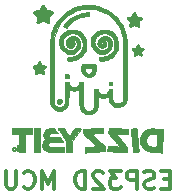
<source format=gbr>
G04 #@! TF.GenerationSoftware,KiCad,Pcbnew,(5.0.2)-1*
G04 #@! TF.CreationDate,2019-10-04T12:36:52+03:00*
G04 #@! TF.ProjectId,esp32d,65737033-3264-42e6-9b69-6361645f7063,rev?*
G04 #@! TF.SameCoordinates,Original*
G04 #@! TF.FileFunction,Legend,Bot*
G04 #@! TF.FilePolarity,Positive*
%FSLAX46Y46*%
G04 Gerber Fmt 4.6, Leading zero omitted, Abs format (unit mm)*
G04 Created by KiCad (PCBNEW (5.0.2)-1) date 04.10.2019 12:36:52*
%MOMM*%
%LPD*%
G01*
G04 APERTURE LIST*
%ADD10C,0.300000*%
%ADD11C,0.010000*%
G04 APERTURE END LIST*
D10*
X126308570Y-121304857D02*
X125808570Y-121304857D01*
X125594284Y-122090571D02*
X126308570Y-122090571D01*
X126308570Y-120590571D01*
X125594284Y-120590571D01*
X125022856Y-122019142D02*
X124808570Y-122090571D01*
X124451427Y-122090571D01*
X124308570Y-122019142D01*
X124237141Y-121947714D01*
X124165713Y-121804857D01*
X124165713Y-121662000D01*
X124237141Y-121519142D01*
X124308570Y-121447714D01*
X124451427Y-121376285D01*
X124737141Y-121304857D01*
X124879999Y-121233428D01*
X124951427Y-121162000D01*
X125022856Y-121019142D01*
X125022856Y-120876285D01*
X124951427Y-120733428D01*
X124879999Y-120662000D01*
X124737141Y-120590571D01*
X124379999Y-120590571D01*
X124165713Y-120662000D01*
X123522856Y-122090571D02*
X123522856Y-120590571D01*
X122951427Y-120590571D01*
X122808570Y-120662000D01*
X122737141Y-120733428D01*
X122665713Y-120876285D01*
X122665713Y-121090571D01*
X122737141Y-121233428D01*
X122808570Y-121304857D01*
X122951427Y-121376285D01*
X123522856Y-121376285D01*
X122165713Y-120590571D02*
X121237141Y-120590571D01*
X121737141Y-121162000D01*
X121522856Y-121162000D01*
X121379999Y-121233428D01*
X121308570Y-121304857D01*
X121237141Y-121447714D01*
X121237141Y-121804857D01*
X121308570Y-121947714D01*
X121379999Y-122019142D01*
X121522856Y-122090571D01*
X121951427Y-122090571D01*
X122094284Y-122019142D01*
X122165713Y-121947714D01*
X120665713Y-120733428D02*
X120594284Y-120662000D01*
X120451427Y-120590571D01*
X120094284Y-120590571D01*
X119951427Y-120662000D01*
X119879999Y-120733428D01*
X119808570Y-120876285D01*
X119808570Y-121019142D01*
X119879999Y-121233428D01*
X120737141Y-122090571D01*
X119808570Y-122090571D01*
X119165713Y-122090571D02*
X119165713Y-120590571D01*
X118808570Y-120590571D01*
X118594284Y-120662000D01*
X118451427Y-120804857D01*
X118379999Y-120947714D01*
X118308570Y-121233428D01*
X118308570Y-121447714D01*
X118379999Y-121733428D01*
X118451427Y-121876285D01*
X118594284Y-122019142D01*
X118808570Y-122090571D01*
X119165713Y-122090571D01*
X116522856Y-122090571D02*
X116522856Y-120590571D01*
X116022856Y-121662000D01*
X115522856Y-120590571D01*
X115522856Y-122090571D01*
X113951427Y-121947714D02*
X114022856Y-122019142D01*
X114237141Y-122090571D01*
X114379999Y-122090571D01*
X114594284Y-122019142D01*
X114737141Y-121876285D01*
X114808570Y-121733428D01*
X114879999Y-121447714D01*
X114879999Y-121233428D01*
X114808570Y-120947714D01*
X114737141Y-120804857D01*
X114594284Y-120662000D01*
X114379999Y-120590571D01*
X114237141Y-120590571D01*
X114022856Y-120662000D01*
X113951427Y-120733428D01*
X113308570Y-120590571D02*
X113308570Y-121804857D01*
X113237141Y-121947714D01*
X113165713Y-122019142D01*
X113022856Y-122090571D01*
X112737141Y-122090571D01*
X112594284Y-122019142D01*
X112522856Y-121947714D01*
X112451427Y-121804857D01*
X112451427Y-120590571D01*
D11*
G04 #@! TO.C,U3*
G36*
X124786996Y-116999940D02*
X124713933Y-117002817D01*
X124649197Y-117008587D01*
X124590901Y-117017378D01*
X124537156Y-117029315D01*
X124486075Y-117044525D01*
X124435772Y-117063134D01*
X124384359Y-117085269D01*
X124375659Y-117089258D01*
X124269640Y-117147821D01*
X124168217Y-117222225D01*
X124075502Y-117308787D01*
X123995607Y-117403819D01*
X123952200Y-117468881D01*
X123905554Y-117560268D01*
X123866114Y-117664450D01*
X123835562Y-117775242D01*
X123815582Y-117886459D01*
X123807859Y-117991915D01*
X123807821Y-117999308D01*
X123816330Y-118120109D01*
X123840780Y-118243750D01*
X123879548Y-118364928D01*
X123931015Y-118478343D01*
X123978279Y-118557046D01*
X124030168Y-118622789D01*
X124096070Y-118689945D01*
X124171051Y-118754293D01*
X124250177Y-118811610D01*
X124328514Y-118857675D01*
X124331167Y-118859025D01*
X124377146Y-118881537D01*
X124420772Y-118900912D01*
X124464165Y-118917539D01*
X124509447Y-118931807D01*
X124558739Y-118944104D01*
X124614162Y-118954818D01*
X124677837Y-118964338D01*
X124751885Y-118973052D01*
X124838428Y-118981348D01*
X124939587Y-118989614D01*
X125057482Y-118998240D01*
X125112296Y-119002050D01*
X125204350Y-119008410D01*
X125291798Y-119014516D01*
X125372343Y-119020203D01*
X125443688Y-119025306D01*
X125503535Y-119029659D01*
X125549586Y-119033099D01*
X125579545Y-119035458D01*
X125588637Y-119036267D01*
X125635056Y-119040936D01*
X125640472Y-118999461D01*
X125642228Y-118981343D01*
X125645106Y-118945835D01*
X125648996Y-118894565D01*
X125653788Y-118829160D01*
X125659373Y-118751247D01*
X125665642Y-118662453D01*
X125672486Y-118564407D01*
X125679795Y-118458735D01*
X125687459Y-118347064D01*
X125695370Y-118231022D01*
X125703418Y-118112236D01*
X125711494Y-117992333D01*
X125719489Y-117872941D01*
X125727292Y-117755687D01*
X125734795Y-117642198D01*
X125741888Y-117534102D01*
X125745051Y-117485464D01*
X125258704Y-117485464D01*
X125257667Y-117513378D01*
X125255529Y-117556674D01*
X125252428Y-117613183D01*
X125248502Y-117680738D01*
X125243890Y-117757169D01*
X125238729Y-117840310D01*
X125233156Y-117927991D01*
X125227309Y-118018043D01*
X125221327Y-118108300D01*
X125215348Y-118196592D01*
X125209508Y-118280751D01*
X125203946Y-118358609D01*
X125198799Y-118427997D01*
X125194206Y-118486747D01*
X125194193Y-118486909D01*
X125188317Y-118559413D01*
X125123128Y-118553719D01*
X125089505Y-118550975D01*
X125041703Y-118547329D01*
X124985263Y-118543192D01*
X124925727Y-118538975D01*
X124904747Y-118537526D01*
X124821296Y-118530787D01*
X124753707Y-118522711D01*
X124698080Y-118512453D01*
X124650516Y-118499170D01*
X124607117Y-118482016D01*
X124575040Y-118466149D01*
X124495019Y-118412895D01*
X124428467Y-118346313D01*
X124376123Y-118268196D01*
X124338727Y-118180341D01*
X124317020Y-118084542D01*
X124311741Y-117982594D01*
X124323632Y-117876292D01*
X124326307Y-117863048D01*
X124355944Y-117767981D01*
X124401714Y-117681460D01*
X124461650Y-117605411D01*
X124533784Y-117541758D01*
X124616148Y-117492426D01*
X124706777Y-117459340D01*
X124747951Y-117450561D01*
X124776317Y-117446714D01*
X124807954Y-117444586D01*
X124846118Y-117444221D01*
X124894068Y-117445659D01*
X124955062Y-117448946D01*
X125032357Y-117454122D01*
X125035345Y-117454334D01*
X125098904Y-117459067D01*
X125155635Y-117463696D01*
X125202640Y-117467951D01*
X125237016Y-117471563D01*
X125255865Y-117474262D01*
X125258504Y-117475101D01*
X125258704Y-117485464D01*
X125745051Y-117485464D01*
X125748462Y-117433026D01*
X125754408Y-117340597D01*
X125759617Y-117258443D01*
X125763978Y-117188190D01*
X125767383Y-117131467D01*
X125769722Y-117089900D01*
X125770886Y-117065117D01*
X125770896Y-117058466D01*
X125760521Y-117056960D01*
X125732466Y-117054258D01*
X125688768Y-117050523D01*
X125631466Y-117045915D01*
X125562600Y-117040598D01*
X125484208Y-117034731D01*
X125398328Y-117028478D01*
X125343264Y-117024551D01*
X125200258Y-117014850D01*
X125075016Y-117007413D01*
X124965650Y-117002364D01*
X124870272Y-116999831D01*
X124786996Y-116999940D01*
X124786996Y-116999940D01*
G37*
X124786996Y-116999940D02*
X124713933Y-117002817D01*
X124649197Y-117008587D01*
X124590901Y-117017378D01*
X124537156Y-117029315D01*
X124486075Y-117044525D01*
X124435772Y-117063134D01*
X124384359Y-117085269D01*
X124375659Y-117089258D01*
X124269640Y-117147821D01*
X124168217Y-117222225D01*
X124075502Y-117308787D01*
X123995607Y-117403819D01*
X123952200Y-117468881D01*
X123905554Y-117560268D01*
X123866114Y-117664450D01*
X123835562Y-117775242D01*
X123815582Y-117886459D01*
X123807859Y-117991915D01*
X123807821Y-117999308D01*
X123816330Y-118120109D01*
X123840780Y-118243750D01*
X123879548Y-118364928D01*
X123931015Y-118478343D01*
X123978279Y-118557046D01*
X124030168Y-118622789D01*
X124096070Y-118689945D01*
X124171051Y-118754293D01*
X124250177Y-118811610D01*
X124328514Y-118857675D01*
X124331167Y-118859025D01*
X124377146Y-118881537D01*
X124420772Y-118900912D01*
X124464165Y-118917539D01*
X124509447Y-118931807D01*
X124558739Y-118944104D01*
X124614162Y-118954818D01*
X124677837Y-118964338D01*
X124751885Y-118973052D01*
X124838428Y-118981348D01*
X124939587Y-118989614D01*
X125057482Y-118998240D01*
X125112296Y-119002050D01*
X125204350Y-119008410D01*
X125291798Y-119014516D01*
X125372343Y-119020203D01*
X125443688Y-119025306D01*
X125503535Y-119029659D01*
X125549586Y-119033099D01*
X125579545Y-119035458D01*
X125588637Y-119036267D01*
X125635056Y-119040936D01*
X125640472Y-118999461D01*
X125642228Y-118981343D01*
X125645106Y-118945835D01*
X125648996Y-118894565D01*
X125653788Y-118829160D01*
X125659373Y-118751247D01*
X125665642Y-118662453D01*
X125672486Y-118564407D01*
X125679795Y-118458735D01*
X125687459Y-118347064D01*
X125695370Y-118231022D01*
X125703418Y-118112236D01*
X125711494Y-117992333D01*
X125719489Y-117872941D01*
X125727292Y-117755687D01*
X125734795Y-117642198D01*
X125741888Y-117534102D01*
X125745051Y-117485464D01*
X125258704Y-117485464D01*
X125257667Y-117513378D01*
X125255529Y-117556674D01*
X125252428Y-117613183D01*
X125248502Y-117680738D01*
X125243890Y-117757169D01*
X125238729Y-117840310D01*
X125233156Y-117927991D01*
X125227309Y-118018043D01*
X125221327Y-118108300D01*
X125215348Y-118196592D01*
X125209508Y-118280751D01*
X125203946Y-118358609D01*
X125198799Y-118427997D01*
X125194206Y-118486747D01*
X125194193Y-118486909D01*
X125188317Y-118559413D01*
X125123128Y-118553719D01*
X125089505Y-118550975D01*
X125041703Y-118547329D01*
X124985263Y-118543192D01*
X124925727Y-118538975D01*
X124904747Y-118537526D01*
X124821296Y-118530787D01*
X124753707Y-118522711D01*
X124698080Y-118512453D01*
X124650516Y-118499170D01*
X124607117Y-118482016D01*
X124575040Y-118466149D01*
X124495019Y-118412895D01*
X124428467Y-118346313D01*
X124376123Y-118268196D01*
X124338727Y-118180341D01*
X124317020Y-118084542D01*
X124311741Y-117982594D01*
X124323632Y-117876292D01*
X124326307Y-117863048D01*
X124355944Y-117767981D01*
X124401714Y-117681460D01*
X124461650Y-117605411D01*
X124533784Y-117541758D01*
X124616148Y-117492426D01*
X124706777Y-117459340D01*
X124747951Y-117450561D01*
X124776317Y-117446714D01*
X124807954Y-117444586D01*
X124846118Y-117444221D01*
X124894068Y-117445659D01*
X124955062Y-117448946D01*
X125032357Y-117454122D01*
X125035345Y-117454334D01*
X125098904Y-117459067D01*
X125155635Y-117463696D01*
X125202640Y-117467951D01*
X125237016Y-117471563D01*
X125255865Y-117474262D01*
X125258504Y-117475101D01*
X125258704Y-117485464D01*
X125745051Y-117485464D01*
X125748462Y-117433026D01*
X125754408Y-117340597D01*
X125759617Y-117258443D01*
X125763978Y-117188190D01*
X125767383Y-117131467D01*
X125769722Y-117089900D01*
X125770886Y-117065117D01*
X125770896Y-117058466D01*
X125760521Y-117056960D01*
X125732466Y-117054258D01*
X125688768Y-117050523D01*
X125631466Y-117045915D01*
X125562600Y-117040598D01*
X125484208Y-117034731D01*
X125398328Y-117028478D01*
X125343264Y-117024551D01*
X125200258Y-117014850D01*
X125075016Y-117007413D01*
X124965650Y-117002364D01*
X124870272Y-116999831D01*
X124786996Y-116999940D01*
G36*
X120613171Y-116927403D02*
X120582639Y-116929626D01*
X120536220Y-116933196D01*
X120475687Y-116937965D01*
X120402817Y-116943788D01*
X120319382Y-116950517D01*
X120227159Y-116958005D01*
X120127921Y-116966106D01*
X120023444Y-116974672D01*
X119915503Y-116983557D01*
X119805872Y-116992613D01*
X119696325Y-117001694D01*
X119588639Y-117010654D01*
X119484587Y-117019344D01*
X119385944Y-117027619D01*
X119294485Y-117035330D01*
X119211984Y-117042333D01*
X119140217Y-117048479D01*
X119080959Y-117053621D01*
X119035983Y-117057614D01*
X119007065Y-117060309D01*
X118995980Y-117061560D01*
X118995924Y-117061583D01*
X118995651Y-117071760D01*
X118996868Y-117098789D01*
X118999392Y-117139828D01*
X119003042Y-117192033D01*
X119007636Y-117252560D01*
X119010060Y-117282953D01*
X119027766Y-117501663D01*
X119087755Y-117558861D01*
X119113370Y-117582932D01*
X119151560Y-117618336D01*
X119200597Y-117663503D01*
X119258754Y-117716863D01*
X119324302Y-117776843D01*
X119395514Y-117841873D01*
X119470661Y-117910383D01*
X119548016Y-117980800D01*
X119625850Y-118051554D01*
X119702437Y-118121073D01*
X119776047Y-118187788D01*
X119844953Y-118250126D01*
X119907428Y-118306517D01*
X119961742Y-118355389D01*
X120006169Y-118395172D01*
X120038981Y-118424295D01*
X120054328Y-118437682D01*
X120142305Y-118513238D01*
X120050238Y-118520003D01*
X119951511Y-118527371D01*
X119850345Y-118535131D01*
X119748689Y-118543116D01*
X119648492Y-118551160D01*
X119551701Y-118559098D01*
X119460267Y-118566763D01*
X119376138Y-118573989D01*
X119301263Y-118580610D01*
X119237591Y-118586460D01*
X119187071Y-118591373D01*
X119151651Y-118595184D01*
X119133281Y-118597725D01*
X119131206Y-118598304D01*
X119127732Y-118607854D01*
X119126510Y-118631724D01*
X119127574Y-118671243D01*
X119130960Y-118727743D01*
X119136593Y-118801219D01*
X119141552Y-118862790D01*
X119145891Y-118918744D01*
X119149359Y-118965664D01*
X119151704Y-119000134D01*
X119152674Y-119018739D01*
X119152686Y-119019755D01*
X119155868Y-119035131D01*
X119169235Y-119040674D01*
X119184805Y-119040834D01*
X119199467Y-119039841D01*
X119232288Y-119037309D01*
X119281730Y-119033367D01*
X119346255Y-119028140D01*
X119424325Y-119021755D01*
X119514403Y-119014339D01*
X119614951Y-119006016D01*
X119724432Y-118996915D01*
X119841307Y-118987161D01*
X119964039Y-118976881D01*
X120021155Y-118972085D01*
X120145229Y-118961613D01*
X120263551Y-118951540D01*
X120374652Y-118941996D01*
X120477062Y-118933113D01*
X120569312Y-118925019D01*
X120649934Y-118917845D01*
X120717458Y-118911722D01*
X120770415Y-118906779D01*
X120807336Y-118903146D01*
X120826752Y-118900955D01*
X120829433Y-118900445D01*
X120829803Y-118889859D01*
X120828601Y-118862437D01*
X120826016Y-118821030D01*
X120822232Y-118768489D01*
X120817436Y-118707665D01*
X120814767Y-118675638D01*
X120796052Y-118454879D01*
X120766391Y-118429700D01*
X120753952Y-118418835D01*
X120728094Y-118396003D01*
X120690151Y-118362388D01*
X120641458Y-118319177D01*
X120583350Y-118267556D01*
X120517163Y-118208711D01*
X120444230Y-118143829D01*
X120365887Y-118074094D01*
X120283469Y-118000694D01*
X120261398Y-117981032D01*
X120176796Y-117905812D01*
X120094810Y-117833218D01*
X120016920Y-117764538D01*
X119944605Y-117701065D01*
X119879345Y-117644090D01*
X119822620Y-117594904D01*
X119775910Y-117554798D01*
X119740694Y-117525064D01*
X119718452Y-117506992D01*
X119715916Y-117505058D01*
X119645764Y-117452574D01*
X119717960Y-117447262D01*
X119800632Y-117441085D01*
X119889314Y-117434292D01*
X119981936Y-117427054D01*
X120076431Y-117419545D01*
X120170731Y-117411936D01*
X120262768Y-117404400D01*
X120350473Y-117397110D01*
X120431780Y-117390239D01*
X120504620Y-117383958D01*
X120566925Y-117378440D01*
X120616628Y-117373857D01*
X120651659Y-117370383D01*
X120669952Y-117368189D01*
X120672161Y-117367678D01*
X120672776Y-117356876D01*
X120671860Y-117329264D01*
X120669580Y-117287727D01*
X120666104Y-117235147D01*
X120661598Y-117174409D01*
X120659260Y-117144952D01*
X120653226Y-117072717D01*
X120648126Y-117017943D01*
X120643617Y-116978368D01*
X120639353Y-116951726D01*
X120634990Y-116935755D01*
X120630184Y-116928191D01*
X120626039Y-116926673D01*
X120613171Y-116927403D01*
X120613171Y-116927403D01*
G37*
X120613171Y-116927403D02*
X120582639Y-116929626D01*
X120536220Y-116933196D01*
X120475687Y-116937965D01*
X120402817Y-116943788D01*
X120319382Y-116950517D01*
X120227159Y-116958005D01*
X120127921Y-116966106D01*
X120023444Y-116974672D01*
X119915503Y-116983557D01*
X119805872Y-116992613D01*
X119696325Y-117001694D01*
X119588639Y-117010654D01*
X119484587Y-117019344D01*
X119385944Y-117027619D01*
X119294485Y-117035330D01*
X119211984Y-117042333D01*
X119140217Y-117048479D01*
X119080959Y-117053621D01*
X119035983Y-117057614D01*
X119007065Y-117060309D01*
X118995980Y-117061560D01*
X118995924Y-117061583D01*
X118995651Y-117071760D01*
X118996868Y-117098789D01*
X118999392Y-117139828D01*
X119003042Y-117192033D01*
X119007636Y-117252560D01*
X119010060Y-117282953D01*
X119027766Y-117501663D01*
X119087755Y-117558861D01*
X119113370Y-117582932D01*
X119151560Y-117618336D01*
X119200597Y-117663503D01*
X119258754Y-117716863D01*
X119324302Y-117776843D01*
X119395514Y-117841873D01*
X119470661Y-117910383D01*
X119548016Y-117980800D01*
X119625850Y-118051554D01*
X119702437Y-118121073D01*
X119776047Y-118187788D01*
X119844953Y-118250126D01*
X119907428Y-118306517D01*
X119961742Y-118355389D01*
X120006169Y-118395172D01*
X120038981Y-118424295D01*
X120054328Y-118437682D01*
X120142305Y-118513238D01*
X120050238Y-118520003D01*
X119951511Y-118527371D01*
X119850345Y-118535131D01*
X119748689Y-118543116D01*
X119648492Y-118551160D01*
X119551701Y-118559098D01*
X119460267Y-118566763D01*
X119376138Y-118573989D01*
X119301263Y-118580610D01*
X119237591Y-118586460D01*
X119187071Y-118591373D01*
X119151651Y-118595184D01*
X119133281Y-118597725D01*
X119131206Y-118598304D01*
X119127732Y-118607854D01*
X119126510Y-118631724D01*
X119127574Y-118671243D01*
X119130960Y-118727743D01*
X119136593Y-118801219D01*
X119141552Y-118862790D01*
X119145891Y-118918744D01*
X119149359Y-118965664D01*
X119151704Y-119000134D01*
X119152674Y-119018739D01*
X119152686Y-119019755D01*
X119155868Y-119035131D01*
X119169235Y-119040674D01*
X119184805Y-119040834D01*
X119199467Y-119039841D01*
X119232288Y-119037309D01*
X119281730Y-119033367D01*
X119346255Y-119028140D01*
X119424325Y-119021755D01*
X119514403Y-119014339D01*
X119614951Y-119006016D01*
X119724432Y-118996915D01*
X119841307Y-118987161D01*
X119964039Y-118976881D01*
X120021155Y-118972085D01*
X120145229Y-118961613D01*
X120263551Y-118951540D01*
X120374652Y-118941996D01*
X120477062Y-118933113D01*
X120569312Y-118925019D01*
X120649934Y-118917845D01*
X120717458Y-118911722D01*
X120770415Y-118906779D01*
X120807336Y-118903146D01*
X120826752Y-118900955D01*
X120829433Y-118900445D01*
X120829803Y-118889859D01*
X120828601Y-118862437D01*
X120826016Y-118821030D01*
X120822232Y-118768489D01*
X120817436Y-118707665D01*
X120814767Y-118675638D01*
X120796052Y-118454879D01*
X120766391Y-118429700D01*
X120753952Y-118418835D01*
X120728094Y-118396003D01*
X120690151Y-118362388D01*
X120641458Y-118319177D01*
X120583350Y-118267556D01*
X120517163Y-118208711D01*
X120444230Y-118143829D01*
X120365887Y-118074094D01*
X120283469Y-118000694D01*
X120261398Y-117981032D01*
X120176796Y-117905812D01*
X120094810Y-117833218D01*
X120016920Y-117764538D01*
X119944605Y-117701065D01*
X119879345Y-117644090D01*
X119822620Y-117594904D01*
X119775910Y-117554798D01*
X119740694Y-117525064D01*
X119718452Y-117506992D01*
X119715916Y-117505058D01*
X119645764Y-117452574D01*
X119717960Y-117447262D01*
X119800632Y-117441085D01*
X119889314Y-117434292D01*
X119981936Y-117427054D01*
X120076431Y-117419545D01*
X120170731Y-117411936D01*
X120262768Y-117404400D01*
X120350473Y-117397110D01*
X120431780Y-117390239D01*
X120504620Y-117383958D01*
X120566925Y-117378440D01*
X120616628Y-117373857D01*
X120651659Y-117370383D01*
X120669952Y-117368189D01*
X120672161Y-117367678D01*
X120672776Y-117356876D01*
X120671860Y-117329264D01*
X120669580Y-117287727D01*
X120666104Y-117235147D01*
X120661598Y-117174409D01*
X120659260Y-117144952D01*
X120653226Y-117072717D01*
X120648126Y-117017943D01*
X120643617Y-116978368D01*
X120639353Y-116951726D01*
X120634990Y-116935755D01*
X120630184Y-116928191D01*
X120626039Y-116926673D01*
X120613171Y-116927403D01*
G36*
X121157209Y-116945792D02*
X121156670Y-116945936D01*
X121153995Y-116957271D01*
X121150558Y-116985415D01*
X121146623Y-117027437D01*
X121142453Y-117080406D01*
X121138311Y-117141390D01*
X121136608Y-117169292D01*
X121123805Y-117386220D01*
X121518745Y-117865721D01*
X121590861Y-117953201D01*
X121661458Y-118038692D01*
X121729155Y-118120533D01*
X121792575Y-118197064D01*
X121850338Y-118266623D01*
X121901066Y-118327551D01*
X121943379Y-118378187D01*
X121975898Y-118416869D01*
X121997225Y-118441915D01*
X122028107Y-118478219D01*
X122053234Y-118508832D01*
X122070311Y-118530874D01*
X122077039Y-118541466D01*
X122076977Y-118541931D01*
X122065994Y-118542502D01*
X122040956Y-118540759D01*
X122008949Y-118537274D01*
X121983550Y-118534740D01*
X121942748Y-118531432D01*
X121888883Y-118527488D01*
X121824294Y-118523048D01*
X121751319Y-118518250D01*
X121672297Y-118513231D01*
X121589566Y-118508130D01*
X121505467Y-118503086D01*
X121422337Y-118498237D01*
X121342515Y-118493720D01*
X121268340Y-118489676D01*
X121202151Y-118486241D01*
X121146287Y-118483554D01*
X121103086Y-118481753D01*
X121074887Y-118480978D01*
X121064029Y-118481365D01*
X121064006Y-118481384D01*
X121062088Y-118492108D01*
X121059383Y-118519066D01*
X121056110Y-118558791D01*
X121052489Y-118607818D01*
X121048739Y-118662681D01*
X121045078Y-118719912D01*
X121041725Y-118776048D01*
X121038900Y-118827621D01*
X121036822Y-118871165D01*
X121035709Y-118903214D01*
X121035781Y-118920303D01*
X121036153Y-118922141D01*
X121046146Y-118923162D01*
X121074104Y-118925232D01*
X121118259Y-118928244D01*
X121176843Y-118932091D01*
X121248090Y-118936667D01*
X121330230Y-118941863D01*
X121421496Y-118947573D01*
X121520121Y-118953690D01*
X121624336Y-118960105D01*
X121732375Y-118966713D01*
X121842468Y-118973406D01*
X121952849Y-118980076D01*
X122061750Y-118986617D01*
X122167403Y-118992922D01*
X122268040Y-118998883D01*
X122361893Y-119004393D01*
X122447195Y-119009344D01*
X122522178Y-119013631D01*
X122585074Y-119017145D01*
X122634116Y-119019779D01*
X122667535Y-119021427D01*
X122682877Y-119021978D01*
X122699915Y-119019998D01*
X122708861Y-119010060D01*
X122713799Y-118986796D01*
X122714646Y-118980222D01*
X122716892Y-118956709D01*
X122719892Y-118917585D01*
X122723362Y-118866977D01*
X122727017Y-118809014D01*
X122730006Y-118757913D01*
X122740170Y-118577607D01*
X122308258Y-118066084D01*
X122233213Y-117977378D01*
X122160333Y-117891559D01*
X122090871Y-117810083D01*
X122026081Y-117734405D01*
X121967217Y-117665982D01*
X121915534Y-117606269D01*
X121872284Y-117556723D01*
X121838722Y-117518799D01*
X121816102Y-117493953D01*
X121810246Y-117487848D01*
X121783338Y-117460784D01*
X121765811Y-117441608D01*
X121759284Y-117429306D01*
X121765378Y-117422861D01*
X121785712Y-117421260D01*
X121821906Y-117423486D01*
X121875578Y-117428525D01*
X121900988Y-117430976D01*
X121937456Y-117434080D01*
X121989017Y-117437935D01*
X122052782Y-117442369D01*
X122125861Y-117447208D01*
X122205363Y-117452279D01*
X122288399Y-117457409D01*
X122372079Y-117462426D01*
X122453513Y-117467155D01*
X122529811Y-117471424D01*
X122598084Y-117475059D01*
X122655440Y-117477888D01*
X122698992Y-117479738D01*
X122725848Y-117480435D01*
X122726653Y-117480436D01*
X122776687Y-117480436D01*
X122789100Y-117262308D01*
X122792535Y-117198804D01*
X122795252Y-117142221D01*
X122797143Y-117095437D01*
X122798097Y-117061328D01*
X122798004Y-117042769D01*
X122797588Y-117040255D01*
X122787031Y-117038758D01*
X122758523Y-117036313D01*
X122713843Y-117033023D01*
X122654768Y-117028989D01*
X122583078Y-117024314D01*
X122500549Y-117019101D01*
X122408962Y-117013450D01*
X122310093Y-117007465D01*
X122205720Y-117001248D01*
X122097624Y-116994901D01*
X121987580Y-116988525D01*
X121877369Y-116982225D01*
X121768767Y-116976100D01*
X121663553Y-116970255D01*
X121563506Y-116964790D01*
X121470404Y-116959809D01*
X121386024Y-116955413D01*
X121312146Y-116951705D01*
X121250547Y-116948786D01*
X121203006Y-116946760D01*
X121171300Y-116945728D01*
X121157209Y-116945792D01*
X121157209Y-116945792D01*
G37*
X121157209Y-116945792D02*
X121156670Y-116945936D01*
X121153995Y-116957271D01*
X121150558Y-116985415D01*
X121146623Y-117027437D01*
X121142453Y-117080406D01*
X121138311Y-117141390D01*
X121136608Y-117169292D01*
X121123805Y-117386220D01*
X121518745Y-117865721D01*
X121590861Y-117953201D01*
X121661458Y-118038692D01*
X121729155Y-118120533D01*
X121792575Y-118197064D01*
X121850338Y-118266623D01*
X121901066Y-118327551D01*
X121943379Y-118378187D01*
X121975898Y-118416869D01*
X121997225Y-118441915D01*
X122028107Y-118478219D01*
X122053234Y-118508832D01*
X122070311Y-118530874D01*
X122077039Y-118541466D01*
X122076977Y-118541931D01*
X122065994Y-118542502D01*
X122040956Y-118540759D01*
X122008949Y-118537274D01*
X121983550Y-118534740D01*
X121942748Y-118531432D01*
X121888883Y-118527488D01*
X121824294Y-118523048D01*
X121751319Y-118518250D01*
X121672297Y-118513231D01*
X121589566Y-118508130D01*
X121505467Y-118503086D01*
X121422337Y-118498237D01*
X121342515Y-118493720D01*
X121268340Y-118489676D01*
X121202151Y-118486241D01*
X121146287Y-118483554D01*
X121103086Y-118481753D01*
X121074887Y-118480978D01*
X121064029Y-118481365D01*
X121064006Y-118481384D01*
X121062088Y-118492108D01*
X121059383Y-118519066D01*
X121056110Y-118558791D01*
X121052489Y-118607818D01*
X121048739Y-118662681D01*
X121045078Y-118719912D01*
X121041725Y-118776048D01*
X121038900Y-118827621D01*
X121036822Y-118871165D01*
X121035709Y-118903214D01*
X121035781Y-118920303D01*
X121036153Y-118922141D01*
X121046146Y-118923162D01*
X121074104Y-118925232D01*
X121118259Y-118928244D01*
X121176843Y-118932091D01*
X121248090Y-118936667D01*
X121330230Y-118941863D01*
X121421496Y-118947573D01*
X121520121Y-118953690D01*
X121624336Y-118960105D01*
X121732375Y-118966713D01*
X121842468Y-118973406D01*
X121952849Y-118980076D01*
X122061750Y-118986617D01*
X122167403Y-118992922D01*
X122268040Y-118998883D01*
X122361893Y-119004393D01*
X122447195Y-119009344D01*
X122522178Y-119013631D01*
X122585074Y-119017145D01*
X122634116Y-119019779D01*
X122667535Y-119021427D01*
X122682877Y-119021978D01*
X122699915Y-119019998D01*
X122708861Y-119010060D01*
X122713799Y-118986796D01*
X122714646Y-118980222D01*
X122716892Y-118956709D01*
X122719892Y-118917585D01*
X122723362Y-118866977D01*
X122727017Y-118809014D01*
X122730006Y-118757913D01*
X122740170Y-118577607D01*
X122308258Y-118066084D01*
X122233213Y-117977378D01*
X122160333Y-117891559D01*
X122090871Y-117810083D01*
X122026081Y-117734405D01*
X121967217Y-117665982D01*
X121915534Y-117606269D01*
X121872284Y-117556723D01*
X121838722Y-117518799D01*
X121816102Y-117493953D01*
X121810246Y-117487848D01*
X121783338Y-117460784D01*
X121765811Y-117441608D01*
X121759284Y-117429306D01*
X121765378Y-117422861D01*
X121785712Y-117421260D01*
X121821906Y-117423486D01*
X121875578Y-117428525D01*
X121900988Y-117430976D01*
X121937456Y-117434080D01*
X121989017Y-117437935D01*
X122052782Y-117442369D01*
X122125861Y-117447208D01*
X122205363Y-117452279D01*
X122288399Y-117457409D01*
X122372079Y-117462426D01*
X122453513Y-117467155D01*
X122529811Y-117471424D01*
X122598084Y-117475059D01*
X122655440Y-117477888D01*
X122698992Y-117479738D01*
X122725848Y-117480435D01*
X122726653Y-117480436D01*
X122776687Y-117480436D01*
X122789100Y-117262308D01*
X122792535Y-117198804D01*
X122795252Y-117142221D01*
X122797143Y-117095437D01*
X122798097Y-117061328D01*
X122798004Y-117042769D01*
X122797588Y-117040255D01*
X122787031Y-117038758D01*
X122758523Y-117036313D01*
X122713843Y-117033023D01*
X122654768Y-117028989D01*
X122583078Y-117024314D01*
X122500549Y-117019101D01*
X122408962Y-117013450D01*
X122310093Y-117007465D01*
X122205720Y-117001248D01*
X122097624Y-116994901D01*
X121987580Y-116988525D01*
X121877369Y-116982225D01*
X121768767Y-116976100D01*
X121663553Y-116970255D01*
X121563506Y-116964790D01*
X121470404Y-116959809D01*
X121386024Y-116955413D01*
X121312146Y-116951705D01*
X121250547Y-116948786D01*
X121203006Y-116946760D01*
X121171300Y-116945728D01*
X121157209Y-116945792D01*
G36*
X123454979Y-116975675D02*
X123415111Y-116978543D01*
X123365572Y-116982584D01*
X123309690Y-116987487D01*
X123250792Y-116992936D01*
X123192206Y-116998618D01*
X123137258Y-117004219D01*
X123089278Y-117009426D01*
X123051591Y-117013925D01*
X123027525Y-117017403D01*
X123020332Y-117019222D01*
X123020983Y-117029131D01*
X123023522Y-117057080D01*
X123027783Y-117101452D01*
X123033599Y-117160628D01*
X123040803Y-117232988D01*
X123049229Y-117316916D01*
X123058711Y-117410792D01*
X123069082Y-117512997D01*
X123080176Y-117621914D01*
X123091825Y-117735923D01*
X123103864Y-117853406D01*
X123116126Y-117972745D01*
X123128444Y-118092320D01*
X123140652Y-118210514D01*
X123152584Y-118325708D01*
X123164072Y-118436283D01*
X123174951Y-118540621D01*
X123185053Y-118637103D01*
X123194213Y-118724110D01*
X123202263Y-118800025D01*
X123209038Y-118863228D01*
X123214370Y-118912101D01*
X123218093Y-118945026D01*
X123220041Y-118960383D01*
X123220053Y-118960455D01*
X123221999Y-118971646D01*
X123225079Y-118980199D01*
X123231517Y-118986184D01*
X123243538Y-118989671D01*
X123263368Y-118990729D01*
X123293229Y-118989427D01*
X123335348Y-118985836D01*
X123391948Y-118980025D01*
X123465254Y-118972063D01*
X123493263Y-118969000D01*
X123553175Y-118962198D01*
X123606215Y-118955684D01*
X123649302Y-118949879D01*
X123679356Y-118945200D01*
X123693294Y-118942066D01*
X123693806Y-118941753D01*
X123693651Y-118931331D01*
X123691572Y-118902865D01*
X123687732Y-118857970D01*
X123682296Y-118798258D01*
X123675430Y-118725341D01*
X123667299Y-118640834D01*
X123658069Y-118546349D01*
X123647903Y-118443498D01*
X123636968Y-118333896D01*
X123625429Y-118219154D01*
X123613450Y-118100885D01*
X123601197Y-117980703D01*
X123588835Y-117860221D01*
X123576529Y-117741050D01*
X123564445Y-117624806D01*
X123552747Y-117513099D01*
X123541601Y-117407544D01*
X123531171Y-117309752D01*
X123521624Y-117221338D01*
X123513123Y-117143913D01*
X123505835Y-117079091D01*
X123499924Y-117028486D01*
X123495556Y-116993708D01*
X123492896Y-116976373D01*
X123492393Y-116974718D01*
X123481849Y-116974296D01*
X123454979Y-116975675D01*
X123454979Y-116975675D01*
G37*
X123454979Y-116975675D02*
X123415111Y-116978543D01*
X123365572Y-116982584D01*
X123309690Y-116987487D01*
X123250792Y-116992936D01*
X123192206Y-116998618D01*
X123137258Y-117004219D01*
X123089278Y-117009426D01*
X123051591Y-117013925D01*
X123027525Y-117017403D01*
X123020332Y-117019222D01*
X123020983Y-117029131D01*
X123023522Y-117057080D01*
X123027783Y-117101452D01*
X123033599Y-117160628D01*
X123040803Y-117232988D01*
X123049229Y-117316916D01*
X123058711Y-117410792D01*
X123069082Y-117512997D01*
X123080176Y-117621914D01*
X123091825Y-117735923D01*
X123103864Y-117853406D01*
X123116126Y-117972745D01*
X123128444Y-118092320D01*
X123140652Y-118210514D01*
X123152584Y-118325708D01*
X123164072Y-118436283D01*
X123174951Y-118540621D01*
X123185053Y-118637103D01*
X123194213Y-118724110D01*
X123202263Y-118800025D01*
X123209038Y-118863228D01*
X123214370Y-118912101D01*
X123218093Y-118945026D01*
X123220041Y-118960383D01*
X123220053Y-118960455D01*
X123221999Y-118971646D01*
X123225079Y-118980199D01*
X123231517Y-118986184D01*
X123243538Y-118989671D01*
X123263368Y-118990729D01*
X123293229Y-118989427D01*
X123335348Y-118985836D01*
X123391948Y-118980025D01*
X123465254Y-118972063D01*
X123493263Y-118969000D01*
X123553175Y-118962198D01*
X123606215Y-118955684D01*
X123649302Y-118949879D01*
X123679356Y-118945200D01*
X123693294Y-118942066D01*
X123693806Y-118941753D01*
X123693651Y-118931331D01*
X123691572Y-118902865D01*
X123687732Y-118857970D01*
X123682296Y-118798258D01*
X123675430Y-118725341D01*
X123667299Y-118640834D01*
X123658069Y-118546349D01*
X123647903Y-118443498D01*
X123636968Y-118333896D01*
X123625429Y-118219154D01*
X123613450Y-118100885D01*
X123601197Y-117980703D01*
X123588835Y-117860221D01*
X123576529Y-117741050D01*
X123564445Y-117624806D01*
X123552747Y-117513099D01*
X123541601Y-117407544D01*
X123531171Y-117309752D01*
X123521624Y-117221338D01*
X123513123Y-117143913D01*
X123505835Y-117079091D01*
X123499924Y-117028486D01*
X123495556Y-116993708D01*
X123492896Y-116976373D01*
X123492393Y-116974718D01*
X123481849Y-116974296D01*
X123454979Y-116975675D01*
G36*
X117012896Y-116976539D02*
X116950169Y-116976963D01*
X116896972Y-116977618D01*
X116855872Y-116978465D01*
X116829437Y-116979463D01*
X116820233Y-116980555D01*
X116825560Y-116989279D01*
X116840942Y-117013100D01*
X116865484Y-117050658D01*
X116898289Y-117100597D01*
X116938462Y-117161555D01*
X116985107Y-117232176D01*
X117037328Y-117311100D01*
X117094229Y-117396969D01*
X117154914Y-117488423D01*
X117186839Y-117536489D01*
X117553444Y-118088257D01*
X117547107Y-118530533D01*
X117540770Y-118972810D01*
X117658289Y-118972810D01*
X117720388Y-118973438D01*
X117791404Y-118975128D01*
X117860532Y-118977585D01*
X117895958Y-118979270D01*
X117942128Y-118981442D01*
X117980230Y-118982643D01*
X118006442Y-118982796D01*
X118016943Y-118981823D01*
X118016988Y-118981741D01*
X118017340Y-118971343D01*
X118017997Y-118943190D01*
X118018918Y-118899286D01*
X118020065Y-118841641D01*
X118021397Y-118772260D01*
X118022877Y-118693151D01*
X118024463Y-118606321D01*
X118025690Y-118537918D01*
X118033513Y-118098085D01*
X118805699Y-117010981D01*
X118749406Y-117003498D01*
X118722394Y-117001353D01*
X118679579Y-116999698D01*
X118624920Y-116998605D01*
X118562378Y-116998148D01*
X118495912Y-116998398D01*
X118481101Y-116998556D01*
X118269089Y-117001097D01*
X118040346Y-117326738D01*
X117990301Y-117397744D01*
X117943599Y-117463548D01*
X117901494Y-117522420D01*
X117865238Y-117572627D01*
X117836084Y-117612437D01*
X117815287Y-117640120D01*
X117804098Y-117653942D01*
X117802669Y-117655190D01*
X117795495Y-117647815D01*
X117778712Y-117625587D01*
X117753500Y-117590216D01*
X117721039Y-117543410D01*
X117682509Y-117486879D01*
X117639090Y-117422332D01*
X117591962Y-117351478D01*
X117569334Y-117317195D01*
X117344932Y-116976389D01*
X117082583Y-116976389D01*
X117012896Y-116976539D01*
X117012896Y-116976539D01*
G37*
X117012896Y-116976539D02*
X116950169Y-116976963D01*
X116896972Y-116977618D01*
X116855872Y-116978465D01*
X116829437Y-116979463D01*
X116820233Y-116980555D01*
X116825560Y-116989279D01*
X116840942Y-117013100D01*
X116865484Y-117050658D01*
X116898289Y-117100597D01*
X116938462Y-117161555D01*
X116985107Y-117232176D01*
X117037328Y-117311100D01*
X117094229Y-117396969D01*
X117154914Y-117488423D01*
X117186839Y-117536489D01*
X117553444Y-118088257D01*
X117547107Y-118530533D01*
X117540770Y-118972810D01*
X117658289Y-118972810D01*
X117720388Y-118973438D01*
X117791404Y-118975128D01*
X117860532Y-118977585D01*
X117895958Y-118979270D01*
X117942128Y-118981442D01*
X117980230Y-118982643D01*
X118006442Y-118982796D01*
X118016943Y-118981823D01*
X118016988Y-118981741D01*
X118017340Y-118971343D01*
X118017997Y-118943190D01*
X118018918Y-118899286D01*
X118020065Y-118841641D01*
X118021397Y-118772260D01*
X118022877Y-118693151D01*
X118024463Y-118606321D01*
X118025690Y-118537918D01*
X118033513Y-118098085D01*
X118805699Y-117010981D01*
X118749406Y-117003498D01*
X118722394Y-117001353D01*
X118679579Y-116999698D01*
X118624920Y-116998605D01*
X118562378Y-116998148D01*
X118495912Y-116998398D01*
X118481101Y-116998556D01*
X118269089Y-117001097D01*
X118040346Y-117326738D01*
X117990301Y-117397744D01*
X117943599Y-117463548D01*
X117901494Y-117522420D01*
X117865238Y-117572627D01*
X117836084Y-117612437D01*
X117815287Y-117640120D01*
X117804098Y-117653942D01*
X117802669Y-117655190D01*
X117795495Y-117647815D01*
X117778712Y-117625587D01*
X117753500Y-117590216D01*
X117721039Y-117543410D01*
X117682509Y-117486879D01*
X117639090Y-117422332D01*
X117591962Y-117351478D01*
X117569334Y-117317195D01*
X117344932Y-116976389D01*
X117082583Y-116976389D01*
X117012896Y-116976539D01*
G36*
X116250376Y-116987431D02*
X116169643Y-116990506D01*
X116107575Y-116995666D01*
X116076760Y-117000269D01*
X115970053Y-117029249D01*
X115874795Y-117072548D01*
X115792119Y-117129019D01*
X115723157Y-117197514D01*
X115669042Y-117276886D01*
X115630907Y-117365989D01*
X115609884Y-117463677D01*
X115608745Y-117474088D01*
X115609852Y-117557599D01*
X115628314Y-117641210D01*
X115662245Y-117720928D01*
X115709755Y-117792763D01*
X115768957Y-117852723D01*
X115797986Y-117874157D01*
X115843257Y-117904144D01*
X115786156Y-117931156D01*
X115741048Y-117958156D01*
X115691975Y-117997146D01*
X115664353Y-118023213D01*
X115596552Y-118103949D01*
X115547539Y-118190712D01*
X115517450Y-118282996D01*
X115506423Y-118380299D01*
X115514597Y-118482115D01*
X115525282Y-118532055D01*
X115560565Y-118633015D01*
X115611422Y-118721952D01*
X115677281Y-118798248D01*
X115757570Y-118861287D01*
X115851719Y-118910449D01*
X115887889Y-118924280D01*
X115915354Y-118933666D01*
X115941287Y-118941759D01*
X115967335Y-118948653D01*
X115995145Y-118954445D01*
X116026364Y-118959230D01*
X116062641Y-118963105D01*
X116105620Y-118966165D01*
X116156951Y-118968506D01*
X116218280Y-118970223D01*
X116291253Y-118971412D01*
X116377519Y-118972170D01*
X116478725Y-118972591D01*
X116596516Y-118972773D01*
X116722475Y-118972810D01*
X117354339Y-118972810D01*
X117351664Y-118772673D01*
X117348988Y-118572537D01*
X116755992Y-118567596D01*
X116162996Y-118562654D01*
X116118960Y-118537946D01*
X116085947Y-118514035D01*
X116054615Y-118482892D01*
X116044836Y-118470382D01*
X116029318Y-118446357D01*
X116020278Y-118424773D01*
X116016003Y-118398783D01*
X116014777Y-118361540D01*
X116014747Y-118350164D01*
X116015500Y-118309168D01*
X116018893Y-118281089D01*
X116026626Y-118259102D01*
X116040396Y-118236378D01*
X116044565Y-118230374D01*
X116081744Y-118190847D01*
X116127231Y-118160339D01*
X116180078Y-118132732D01*
X116742296Y-118132732D01*
X116845664Y-118132654D01*
X116942885Y-118132429D01*
X117032205Y-118132072D01*
X117111870Y-118131597D01*
X117180124Y-118131018D01*
X117235215Y-118130350D01*
X117275386Y-118129606D01*
X117298885Y-118128802D01*
X117304513Y-118128155D01*
X117299345Y-118118916D01*
X117284871Y-118095582D01*
X117262638Y-118060582D01*
X117234194Y-118016343D01*
X117201085Y-117965291D01*
X117184835Y-117940373D01*
X117065157Y-117757168D01*
X116653609Y-117756950D01*
X116546224Y-117756843D01*
X116456724Y-117756478D01*
X116383231Y-117755610D01*
X116323864Y-117753992D01*
X116276743Y-117751377D01*
X116239988Y-117747517D01*
X116211719Y-117742166D01*
X116190055Y-117735078D01*
X116173117Y-117726005D01*
X116159024Y-117714700D01*
X116145896Y-117700917D01*
X116135671Y-117688946D01*
X116104616Y-117638568D01*
X116091865Y-117585563D01*
X116096809Y-117533045D01*
X116118840Y-117484129D01*
X116157347Y-117441927D01*
X116188087Y-117421136D01*
X116201004Y-117414136D01*
X116213572Y-117408561D01*
X116228176Y-117404204D01*
X116247198Y-117400861D01*
X116273021Y-117398325D01*
X116308028Y-117396392D01*
X116354602Y-117394854D01*
X116415127Y-117393506D01*
X116491986Y-117392143D01*
X116531542Y-117391487D01*
X116830906Y-117386545D01*
X116689674Y-117186607D01*
X116548443Y-116986669D01*
X116349177Y-116986471D01*
X116250376Y-116987431D01*
X116250376Y-116987431D01*
G37*
X116250376Y-116987431D02*
X116169643Y-116990506D01*
X116107575Y-116995666D01*
X116076760Y-117000269D01*
X115970053Y-117029249D01*
X115874795Y-117072548D01*
X115792119Y-117129019D01*
X115723157Y-117197514D01*
X115669042Y-117276886D01*
X115630907Y-117365989D01*
X115609884Y-117463677D01*
X115608745Y-117474088D01*
X115609852Y-117557599D01*
X115628314Y-117641210D01*
X115662245Y-117720928D01*
X115709755Y-117792763D01*
X115768957Y-117852723D01*
X115797986Y-117874157D01*
X115843257Y-117904144D01*
X115786156Y-117931156D01*
X115741048Y-117958156D01*
X115691975Y-117997146D01*
X115664353Y-118023213D01*
X115596552Y-118103949D01*
X115547539Y-118190712D01*
X115517450Y-118282996D01*
X115506423Y-118380299D01*
X115514597Y-118482115D01*
X115525282Y-118532055D01*
X115560565Y-118633015D01*
X115611422Y-118721952D01*
X115677281Y-118798248D01*
X115757570Y-118861287D01*
X115851719Y-118910449D01*
X115887889Y-118924280D01*
X115915354Y-118933666D01*
X115941287Y-118941759D01*
X115967335Y-118948653D01*
X115995145Y-118954445D01*
X116026364Y-118959230D01*
X116062641Y-118963105D01*
X116105620Y-118966165D01*
X116156951Y-118968506D01*
X116218280Y-118970223D01*
X116291253Y-118971412D01*
X116377519Y-118972170D01*
X116478725Y-118972591D01*
X116596516Y-118972773D01*
X116722475Y-118972810D01*
X117354339Y-118972810D01*
X117351664Y-118772673D01*
X117348988Y-118572537D01*
X116755992Y-118567596D01*
X116162996Y-118562654D01*
X116118960Y-118537946D01*
X116085947Y-118514035D01*
X116054615Y-118482892D01*
X116044836Y-118470382D01*
X116029318Y-118446357D01*
X116020278Y-118424773D01*
X116016003Y-118398783D01*
X116014777Y-118361540D01*
X116014747Y-118350164D01*
X116015500Y-118309168D01*
X116018893Y-118281089D01*
X116026626Y-118259102D01*
X116040396Y-118236378D01*
X116044565Y-118230374D01*
X116081744Y-118190847D01*
X116127231Y-118160339D01*
X116180078Y-118132732D01*
X116742296Y-118132732D01*
X116845664Y-118132654D01*
X116942885Y-118132429D01*
X117032205Y-118132072D01*
X117111870Y-118131597D01*
X117180124Y-118131018D01*
X117235215Y-118130350D01*
X117275386Y-118129606D01*
X117298885Y-118128802D01*
X117304513Y-118128155D01*
X117299345Y-118118916D01*
X117284871Y-118095582D01*
X117262638Y-118060582D01*
X117234194Y-118016343D01*
X117201085Y-117965291D01*
X117184835Y-117940373D01*
X117065157Y-117757168D01*
X116653609Y-117756950D01*
X116546224Y-117756843D01*
X116456724Y-117756478D01*
X116383231Y-117755610D01*
X116323864Y-117753992D01*
X116276743Y-117751377D01*
X116239988Y-117747517D01*
X116211719Y-117742166D01*
X116190055Y-117735078D01*
X116173117Y-117726005D01*
X116159024Y-117714700D01*
X116145896Y-117700917D01*
X116135671Y-117688946D01*
X116104616Y-117638568D01*
X116091865Y-117585563D01*
X116096809Y-117533045D01*
X116118840Y-117484129D01*
X116157347Y-117441927D01*
X116188087Y-117421136D01*
X116201004Y-117414136D01*
X116213572Y-117408561D01*
X116228176Y-117404204D01*
X116247198Y-117400861D01*
X116273021Y-117398325D01*
X116308028Y-117396392D01*
X116354602Y-117394854D01*
X116415127Y-117393506D01*
X116491986Y-117392143D01*
X116531542Y-117391487D01*
X116830906Y-117386545D01*
X116689674Y-117186607D01*
X116548443Y-116986669D01*
X116349177Y-116986471D01*
X116250376Y-116987431D01*
G36*
X114843580Y-118972810D02*
X115327860Y-118972810D01*
X115327860Y-116986273D01*
X114843580Y-116986273D01*
X114843580Y-118972810D01*
X114843580Y-118972810D01*
G37*
X114843580Y-118972810D02*
X115327860Y-118972810D01*
X115327860Y-116986273D01*
X114843580Y-116986273D01*
X114843580Y-118972810D01*
G36*
X112965759Y-117440903D02*
X113568638Y-117440903D01*
X113568638Y-118972810D01*
X114043035Y-118972810D01*
X114043035Y-118832727D01*
X113766303Y-118832727D01*
X113758109Y-118863808D01*
X113737207Y-118884825D01*
X113709120Y-118893322D01*
X113679373Y-118886846D01*
X113665778Y-118877387D01*
X113650471Y-118851598D01*
X113650007Y-118820665D01*
X113664061Y-118793218D01*
X113689445Y-118777565D01*
X113718231Y-118777016D01*
X113744459Y-118789270D01*
X113762168Y-118812021D01*
X113766303Y-118832727D01*
X114043035Y-118832727D01*
X114043035Y-117441193D01*
X114640973Y-117435961D01*
X114640973Y-116991214D01*
X113803366Y-116988688D01*
X112965759Y-116986161D01*
X112965759Y-117440903D01*
X112965759Y-117440903D01*
G37*
X112965759Y-117440903D02*
X113568638Y-117440903D01*
X113568638Y-118972810D01*
X114043035Y-118972810D01*
X114043035Y-118832727D01*
X113766303Y-118832727D01*
X113758109Y-118863808D01*
X113737207Y-118884825D01*
X113709120Y-118893322D01*
X113679373Y-118886846D01*
X113665778Y-118877387D01*
X113650471Y-118851598D01*
X113650007Y-118820665D01*
X113664061Y-118793218D01*
X113689445Y-118777565D01*
X113718231Y-118777016D01*
X113744459Y-118789270D01*
X113762168Y-118812021D01*
X113766303Y-118832727D01*
X114043035Y-118832727D01*
X114043035Y-117441193D01*
X114640973Y-117435961D01*
X114640973Y-116991214D01*
X113803366Y-116988688D01*
X112965759Y-116986161D01*
X112965759Y-117440903D01*
G36*
X113437685Y-118569550D02*
X113385797Y-118572537D01*
X113385797Y-118898685D01*
X113437685Y-118901672D01*
X113489572Y-118904660D01*
X113489572Y-118566563D01*
X113437685Y-118569550D01*
X113437685Y-118569550D01*
G37*
X113437685Y-118569550D02*
X113385797Y-118572537D01*
X113385797Y-118898685D01*
X113437685Y-118901672D01*
X113489572Y-118904660D01*
X113489572Y-118566563D01*
X113437685Y-118569550D01*
G36*
X113123670Y-118559794D02*
X113066711Y-118568242D01*
X113024056Y-118588134D01*
X112992827Y-118621142D01*
X112980732Y-118642803D01*
X112968920Y-118684402D01*
X112966528Y-118733568D01*
X112973036Y-118782397D01*
X112987926Y-118822985D01*
X112993081Y-118831175D01*
X113029315Y-118866152D01*
X113076804Y-118889396D01*
X113129799Y-118899256D01*
X113182552Y-118894081D01*
X113196659Y-118889653D01*
X113245445Y-118862046D01*
X113281363Y-118822288D01*
X113303234Y-118774165D01*
X113309884Y-118721464D01*
X113309707Y-118720492D01*
X113199039Y-118720492D01*
X113198255Y-118753954D01*
X113197613Y-118757211D01*
X113183658Y-118791060D01*
X113161409Y-118814299D01*
X113135111Y-118824092D01*
X113109009Y-118817604D01*
X113108075Y-118816997D01*
X113088622Y-118793077D01*
X113077061Y-118754775D01*
X113074475Y-118720987D01*
X113077699Y-118686255D01*
X113089417Y-118661696D01*
X113098733Y-118651154D01*
X113121375Y-118632225D01*
X113140596Y-118628079D01*
X113163738Y-118636946D01*
X113179740Y-118654745D01*
X113192187Y-118685008D01*
X113199039Y-118720492D01*
X113309707Y-118720492D01*
X113300133Y-118667972D01*
X113278722Y-118625659D01*
X113244822Y-118588926D01*
X113202206Y-118567251D01*
X113147980Y-118559404D01*
X113123670Y-118559794D01*
X113123670Y-118559794D01*
G37*
X113123670Y-118559794D02*
X113066711Y-118568242D01*
X113024056Y-118588134D01*
X112992827Y-118621142D01*
X112980732Y-118642803D01*
X112968920Y-118684402D01*
X112966528Y-118733568D01*
X112973036Y-118782397D01*
X112987926Y-118822985D01*
X112993081Y-118831175D01*
X113029315Y-118866152D01*
X113076804Y-118889396D01*
X113129799Y-118899256D01*
X113182552Y-118894081D01*
X113196659Y-118889653D01*
X113245445Y-118862046D01*
X113281363Y-118822288D01*
X113303234Y-118774165D01*
X113309884Y-118721464D01*
X113309707Y-118720492D01*
X113199039Y-118720492D01*
X113198255Y-118753954D01*
X113197613Y-118757211D01*
X113183658Y-118791060D01*
X113161409Y-118814299D01*
X113135111Y-118824092D01*
X113109009Y-118817604D01*
X113108075Y-118816997D01*
X113088622Y-118793077D01*
X113077061Y-118754775D01*
X113074475Y-118720987D01*
X113077699Y-118686255D01*
X113089417Y-118661696D01*
X113098733Y-118651154D01*
X113121375Y-118632225D01*
X113140596Y-118628079D01*
X113163738Y-118636946D01*
X113179740Y-118654745D01*
X113192187Y-118685008D01*
X113199039Y-118720492D01*
X113309707Y-118720492D01*
X113300133Y-118667972D01*
X113278722Y-118625659D01*
X113244822Y-118588926D01*
X113202206Y-118567251D01*
X113147980Y-118559404D01*
X113123670Y-118559794D01*
G36*
X113406331Y-118436852D02*
X113386926Y-118457029D01*
X113383091Y-118485725D01*
X113391087Y-118508946D01*
X113408105Y-118522584D01*
X113434632Y-118528240D01*
X113461782Y-118525169D01*
X113477712Y-118516203D01*
X113486844Y-118497722D01*
X113489572Y-118478646D01*
X113482535Y-118448612D01*
X113461375Y-118432398D01*
X113438885Y-118429230D01*
X113406331Y-118436852D01*
X113406331Y-118436852D01*
G37*
X113406331Y-118436852D02*
X113386926Y-118457029D01*
X113383091Y-118485725D01*
X113391087Y-118508946D01*
X113408105Y-118522584D01*
X113434632Y-118528240D01*
X113461782Y-118525169D01*
X113477712Y-118516203D01*
X113486844Y-118497722D01*
X113489572Y-118478646D01*
X113482535Y-118448612D01*
X113461375Y-118432398D01*
X113438885Y-118429230D01*
X113406331Y-118436852D01*
G36*
X119444241Y-106547038D02*
X119302471Y-106549279D01*
X119172952Y-106556289D01*
X119048597Y-106568755D01*
X118922317Y-106587363D01*
X118806770Y-106608802D01*
X118563445Y-106667385D01*
X118327783Y-106743732D01*
X118100518Y-106837093D01*
X117882386Y-106946721D01*
X117674120Y-107071865D01*
X117476455Y-107211778D01*
X117290126Y-107365709D01*
X117115867Y-107532912D01*
X116954413Y-107712636D01*
X116806497Y-107904132D01*
X116672856Y-108106653D01*
X116554222Y-108319449D01*
X116451331Y-108541770D01*
X116364917Y-108772870D01*
X116295714Y-109011997D01*
X116252412Y-109213082D01*
X116247389Y-109240322D01*
X116242715Y-109265619D01*
X116238377Y-109289724D01*
X116234363Y-109313386D01*
X116230659Y-109337359D01*
X116227254Y-109362391D01*
X116224135Y-109389235D01*
X116221289Y-109418642D01*
X116218704Y-109451362D01*
X116216368Y-109488146D01*
X116214267Y-109529746D01*
X116212389Y-109576913D01*
X116210723Y-109630397D01*
X116209255Y-109690949D01*
X116207972Y-109759321D01*
X116206863Y-109836264D01*
X116205915Y-109922528D01*
X116205115Y-110018865D01*
X116204451Y-110126025D01*
X116203910Y-110244760D01*
X116203480Y-110375821D01*
X116203148Y-110519958D01*
X116202902Y-110677922D01*
X116202729Y-110850466D01*
X116202617Y-111038339D01*
X116202553Y-111242292D01*
X116202525Y-111463078D01*
X116202519Y-111701446D01*
X116202525Y-111958148D01*
X116202529Y-112207712D01*
X116202508Y-112481623D01*
X116202460Y-112736485D01*
X116202403Y-112973015D01*
X116202357Y-113191931D01*
X116202342Y-113393950D01*
X116202378Y-113579791D01*
X116202484Y-113750169D01*
X116202680Y-113905803D01*
X116202985Y-114047411D01*
X116203421Y-114175708D01*
X116204005Y-114291415D01*
X116204758Y-114395246D01*
X116205699Y-114487921D01*
X116206849Y-114570156D01*
X116208226Y-114642669D01*
X116209851Y-114706177D01*
X116211743Y-114761399D01*
X116213922Y-114809050D01*
X116216408Y-114849849D01*
X116219220Y-114884514D01*
X116222378Y-114913761D01*
X116225901Y-114938308D01*
X116229810Y-114958873D01*
X116234123Y-114976173D01*
X116238862Y-114990925D01*
X116244044Y-115003848D01*
X116249691Y-115015657D01*
X116255822Y-115027072D01*
X116262456Y-115038809D01*
X116269613Y-115051585D01*
X116277312Y-115066119D01*
X116281173Y-115073860D01*
X116343549Y-115179791D01*
X116420631Y-115273177D01*
X116510932Y-115352809D01*
X116612963Y-115417480D01*
X116725237Y-115465979D01*
X116785956Y-115484096D01*
X116864876Y-115498208D01*
X116953763Y-115504090D01*
X117044614Y-115501742D01*
X117129426Y-115491165D01*
X117162096Y-115484074D01*
X117277427Y-115445088D01*
X117383698Y-115389224D01*
X117479543Y-115317809D01*
X117563599Y-115232171D01*
X117634499Y-115133639D01*
X117690880Y-115023540D01*
X117721018Y-114940166D01*
X117725656Y-114924524D01*
X117729618Y-114909361D01*
X117732967Y-114893028D01*
X117735767Y-114873876D01*
X117738080Y-114850256D01*
X117739970Y-114820522D01*
X117741500Y-114783023D01*
X117742733Y-114736111D01*
X117743733Y-114678139D01*
X117744562Y-114607458D01*
X117745283Y-114522419D01*
X117745961Y-114421373D01*
X117746658Y-114302674D01*
X117746866Y-114265903D01*
X117747522Y-114158989D01*
X117748245Y-114058166D01*
X117749015Y-113965130D01*
X117749814Y-113881580D01*
X117750622Y-113809213D01*
X117751420Y-113749726D01*
X117752190Y-113704817D01*
X117752912Y-113676185D01*
X117753567Y-113665525D01*
X117753601Y-113665494D01*
X117763080Y-113670135D01*
X117785261Y-113682454D01*
X117815845Y-113700050D01*
X117824760Y-113705261D01*
X117921147Y-113751850D01*
X118026541Y-113785195D01*
X118135532Y-113804155D01*
X118242713Y-113807589D01*
X118290543Y-113803563D01*
X118386581Y-113786021D01*
X118479187Y-113758722D01*
X118562997Y-113723550D01*
X118630397Y-113683993D01*
X118649998Y-113671234D01*
X118661758Y-113665517D01*
X118662056Y-113665494D01*
X118662967Y-113675124D01*
X118663917Y-113703000D01*
X118664888Y-113747602D01*
X118665863Y-113807410D01*
X118666824Y-113880902D01*
X118667752Y-113966560D01*
X118668631Y-114062863D01*
X118669441Y-114168290D01*
X118670166Y-114281321D01*
X118670787Y-114400436D01*
X118670850Y-114414152D01*
X118671482Y-114557960D01*
X118672075Y-114683491D01*
X118672742Y-114792237D01*
X118673598Y-114885686D01*
X118674756Y-114965329D01*
X118676330Y-115032655D01*
X118678434Y-115089155D01*
X118681182Y-115136318D01*
X118684689Y-115175634D01*
X118689067Y-115208593D01*
X118694432Y-115236685D01*
X118700897Y-115261401D01*
X118708576Y-115284229D01*
X118717583Y-115306659D01*
X118728032Y-115330182D01*
X118740037Y-115356288D01*
X118743498Y-115363838D01*
X118803418Y-115472175D01*
X118877513Y-115567350D01*
X118964462Y-115648479D01*
X119062946Y-115714675D01*
X119171648Y-115765052D01*
X119289247Y-115798725D01*
X119414425Y-115814808D01*
X119415096Y-115814844D01*
X119502150Y-115814434D01*
X119580600Y-115805003D01*
X119701718Y-115772512D01*
X119813262Y-115722738D01*
X119915083Y-115655762D01*
X120007035Y-115571664D01*
X120009353Y-115569185D01*
X120074924Y-115490759D01*
X120126246Y-115409900D01*
X120167441Y-115319657D01*
X120182991Y-115276467D01*
X120214607Y-115182576D01*
X120225019Y-114278440D01*
X120269494Y-114308010D01*
X120334006Y-114344181D01*
X120411095Y-114376576D01*
X120493595Y-114402391D01*
X120535938Y-114412221D01*
X120638012Y-114424305D01*
X120745231Y-114421548D01*
X120852940Y-114404882D01*
X120956485Y-114375239D01*
X121051211Y-114333552D01*
X121110578Y-114297142D01*
X121136292Y-114278997D01*
X121142367Y-114409580D01*
X121148405Y-114497307D01*
X121158270Y-114571091D01*
X121173068Y-114636567D01*
X121193906Y-114699372D01*
X121204400Y-114725532D01*
X121256170Y-114825074D01*
X121324234Y-114918264D01*
X121405329Y-115001614D01*
X121496192Y-115071637D01*
X121565801Y-115111829D01*
X121639889Y-115145968D01*
X121706590Y-115169483D01*
X121773670Y-115184445D01*
X121848897Y-115192921D01*
X121876711Y-115194641D01*
X122000504Y-115191713D01*
X122118945Y-115170403D01*
X122230567Y-115131707D01*
X122333906Y-115076624D01*
X122427495Y-115006151D01*
X122509869Y-114921287D01*
X122579563Y-114823028D01*
X122635111Y-114712373D01*
X122652478Y-114666495D01*
X122685953Y-114569813D01*
X122688968Y-112123704D01*
X122689295Y-111832170D01*
X122689530Y-111560016D01*
X122689555Y-111514250D01*
X122374642Y-111514250D01*
X122374636Y-111759478D01*
X122374630Y-112023631D01*
X122374630Y-112046168D01*
X122374627Y-112306583D01*
X122374613Y-112547973D01*
X122374584Y-112771078D01*
X122374533Y-112976641D01*
X122374456Y-113165401D01*
X122374346Y-113338101D01*
X122374198Y-113495482D01*
X122374007Y-113638285D01*
X122373767Y-113767250D01*
X122373472Y-113883119D01*
X122373118Y-113986634D01*
X122372698Y-114078536D01*
X122372208Y-114159565D01*
X122371640Y-114230463D01*
X122370991Y-114291971D01*
X122370255Y-114344830D01*
X122369425Y-114389782D01*
X122368497Y-114427567D01*
X122367465Y-114458927D01*
X122366324Y-114484603D01*
X122365067Y-114505336D01*
X122363690Y-114521868D01*
X122362187Y-114534939D01*
X122360553Y-114545291D01*
X122358781Y-114553665D01*
X122356867Y-114560802D01*
X122355906Y-114563973D01*
X122319222Y-114649564D01*
X122266417Y-114724920D01*
X122199188Y-114788364D01*
X122119232Y-114838217D01*
X122050068Y-114866285D01*
X122015493Y-114875067D01*
X121976424Y-114879601D01*
X121926852Y-114880406D01*
X121895977Y-114879562D01*
X121847804Y-114877233D01*
X121812546Y-114873392D01*
X121783350Y-114866441D01*
X121753365Y-114854778D01*
X121718335Y-114838091D01*
X121637593Y-114787773D01*
X121569570Y-114723829D01*
X121516027Y-114648500D01*
X121478725Y-114564027D01*
X121466375Y-114517440D01*
X121463360Y-114492179D01*
X121460798Y-114448160D01*
X121458710Y-114386385D01*
X121457122Y-114307859D01*
X121456056Y-114213584D01*
X121455536Y-114104563D01*
X121455486Y-114055146D01*
X121455486Y-113645226D01*
X121299825Y-113647948D01*
X121144163Y-113650669D01*
X121137200Y-113713804D01*
X121118226Y-113798390D01*
X121081650Y-113878373D01*
X121029556Y-113950930D01*
X120964029Y-114013238D01*
X120887152Y-114062475D01*
X120875489Y-114068219D01*
X120834430Y-114086595D01*
X120800579Y-114098006D01*
X120765637Y-114104450D01*
X120721306Y-114107922D01*
X120707795Y-114108558D01*
X120654015Y-114109514D01*
X120611233Y-114106355D01*
X120570946Y-114098196D01*
X120549319Y-114092037D01*
X120461878Y-114055583D01*
X120385414Y-114003777D01*
X120321597Y-113938556D01*
X120272100Y-113861857D01*
X120238593Y-113775617D01*
X120226556Y-113718022D01*
X120216072Y-113645246D01*
X120062413Y-113647958D01*
X119908755Y-113650669D01*
X119903813Y-114401798D01*
X119902841Y-114543612D01*
X119901895Y-114667006D01*
X119900940Y-114773328D01*
X119899940Y-114863925D01*
X119898859Y-114940142D01*
X119897663Y-115003328D01*
X119896317Y-115054830D01*
X119894784Y-115095994D01*
X119893031Y-115128167D01*
X119891020Y-115152696D01*
X119888717Y-115170929D01*
X119886088Y-115184212D01*
X119883095Y-115193891D01*
X119883041Y-115194032D01*
X119839811Y-115281116D01*
X119783155Y-115355456D01*
X119715092Y-115415927D01*
X119637636Y-115461403D01*
X119552805Y-115490756D01*
X119462615Y-115502862D01*
X119369081Y-115496594D01*
X119348366Y-115492661D01*
X119264842Y-115465234D01*
X119187501Y-115421157D01*
X119119052Y-115363137D01*
X119062201Y-115293880D01*
X119019656Y-115216091D01*
X118995636Y-115140086D01*
X118993630Y-115122422D01*
X118991840Y-115089334D01*
X118990260Y-115040380D01*
X118988887Y-114975116D01*
X118987716Y-114893103D01*
X118986741Y-114793896D01*
X118985960Y-114677055D01*
X118985367Y-114542137D01*
X118984957Y-114388700D01*
X118984727Y-114216302D01*
X118984669Y-114060339D01*
X118984669Y-113032965D01*
X118668404Y-113032965D01*
X118668404Y-113071618D01*
X118662858Y-113118842D01*
X118647889Y-113174250D01*
X118626001Y-113230263D01*
X118599857Y-113279056D01*
X118541598Y-113352846D01*
X118472718Y-113411503D01*
X118395646Y-113454709D01*
X118312812Y-113482147D01*
X118226647Y-113493496D01*
X118139580Y-113488441D01*
X118054040Y-113466661D01*
X117972459Y-113427840D01*
X117897267Y-113371658D01*
X117896693Y-113371134D01*
X117848462Y-113317675D01*
X117807020Y-113253855D01*
X117774985Y-113185114D01*
X117754976Y-113116891D01*
X117749378Y-113065086D01*
X117749260Y-113032965D01*
X117432996Y-113032965D01*
X117432754Y-113915047D01*
X117432594Y-114080108D01*
X117432213Y-114230708D01*
X117431617Y-114366239D01*
X117430813Y-114486094D01*
X117429807Y-114589666D01*
X117428607Y-114676347D01*
X117427220Y-114745529D01*
X117425651Y-114796607D01*
X117423908Y-114828972D01*
X117422521Y-114840470D01*
X117395456Y-114917644D01*
X117352183Y-114991933D01*
X117296207Y-115059010D01*
X117231034Y-115114551D01*
X117172720Y-115148673D01*
X117082982Y-115180489D01*
X116992402Y-115193563D01*
X116903203Y-115188679D01*
X116817610Y-115166620D01*
X116737845Y-115128172D01*
X116666132Y-115074119D01*
X116604695Y-115005245D01*
X116560774Y-114932757D01*
X116518794Y-114848038D01*
X116515733Y-112267758D01*
X116515411Y-111971946D01*
X116515171Y-111695472D01*
X116515015Y-111437910D01*
X116514943Y-111198831D01*
X116514958Y-110977809D01*
X116515060Y-110774415D01*
X116515250Y-110588223D01*
X116515531Y-110418804D01*
X116515902Y-110265731D01*
X116516366Y-110128576D01*
X116516923Y-110006913D01*
X116517576Y-109900313D01*
X116518325Y-109808348D01*
X116519171Y-109730592D01*
X116520116Y-109666617D01*
X116521161Y-109615995D01*
X116522308Y-109578299D01*
X116523557Y-109553101D01*
X116523852Y-109549113D01*
X116552834Y-109309703D01*
X116600610Y-109076369D01*
X116667200Y-108849058D01*
X116752624Y-108627715D01*
X116856899Y-108412288D01*
X116980048Y-108202723D01*
X117061072Y-108082506D01*
X117200448Y-107902200D01*
X117355311Y-107732927D01*
X117524110Y-107575701D01*
X117705290Y-107431538D01*
X117897300Y-107301454D01*
X118098586Y-107186463D01*
X118307594Y-107087583D01*
X118522773Y-107005827D01*
X118742569Y-106942213D01*
X118837487Y-106920818D01*
X119074841Y-106881581D01*
X119311207Y-106861522D01*
X119545650Y-106860190D01*
X119777238Y-106877129D01*
X120005036Y-106911886D01*
X120228109Y-106964009D01*
X120445524Y-107033043D01*
X120656346Y-107118535D01*
X120859642Y-107220032D01*
X121054478Y-107337081D01*
X121239918Y-107469227D01*
X121415030Y-107616018D01*
X121578880Y-107777000D01*
X121730532Y-107951719D01*
X121869053Y-108139722D01*
X121993509Y-108340556D01*
X122073273Y-108491603D01*
X122150814Y-108659642D01*
X122214481Y-108821388D01*
X122266204Y-108982424D01*
X122307908Y-109148334D01*
X122320080Y-109206510D01*
X122325730Y-109234586D01*
X122330976Y-109260599D01*
X122335833Y-109285326D01*
X122340317Y-109309546D01*
X122344442Y-109334035D01*
X122348223Y-109359570D01*
X122351675Y-109386929D01*
X122354813Y-109416890D01*
X122357652Y-109450229D01*
X122360207Y-109487725D01*
X122362493Y-109530153D01*
X122364525Y-109578292D01*
X122366317Y-109632920D01*
X122367885Y-109694812D01*
X122369243Y-109764748D01*
X122370407Y-109843503D01*
X122371391Y-109931855D01*
X122372211Y-110030583D01*
X122372881Y-110140462D01*
X122373416Y-110262271D01*
X122373831Y-110396786D01*
X122374141Y-110544786D01*
X122374362Y-110707046D01*
X122374507Y-110884346D01*
X122374592Y-111077462D01*
X122374632Y-111287171D01*
X122374642Y-111514250D01*
X122689555Y-111514250D01*
X122689673Y-111306855D01*
X122689723Y-111072304D01*
X122689678Y-110855974D01*
X122689537Y-110657481D01*
X122689299Y-110476438D01*
X122688963Y-110312459D01*
X122688527Y-110165158D01*
X122687991Y-110034149D01*
X122687353Y-109919046D01*
X122686612Y-109819463D01*
X122685767Y-109735015D01*
X122684816Y-109665314D01*
X122683759Y-109609975D01*
X122682594Y-109568612D01*
X122681320Y-109540840D01*
X122680951Y-109535546D01*
X122652026Y-109287748D01*
X122604587Y-109045452D01*
X122539319Y-108809464D01*
X122456908Y-108580591D01*
X122358040Y-108359641D01*
X122243401Y-108147418D01*
X122113678Y-107944730D01*
X121969555Y-107752383D01*
X121811720Y-107571184D01*
X121640857Y-107401939D01*
X121457654Y-107245456D01*
X121262795Y-107102539D01*
X121056968Y-106973997D01*
X120840857Y-106860635D01*
X120615149Y-106763260D01*
X120380531Y-106682679D01*
X120216506Y-106637951D01*
X120060389Y-106603103D01*
X119911764Y-106577362D01*
X119764056Y-106559953D01*
X119610695Y-106550102D01*
X119445107Y-106547037D01*
X119444241Y-106547038D01*
X119444241Y-106547038D01*
G37*
X119444241Y-106547038D02*
X119302471Y-106549279D01*
X119172952Y-106556289D01*
X119048597Y-106568755D01*
X118922317Y-106587363D01*
X118806770Y-106608802D01*
X118563445Y-106667385D01*
X118327783Y-106743732D01*
X118100518Y-106837093D01*
X117882386Y-106946721D01*
X117674120Y-107071865D01*
X117476455Y-107211778D01*
X117290126Y-107365709D01*
X117115867Y-107532912D01*
X116954413Y-107712636D01*
X116806497Y-107904132D01*
X116672856Y-108106653D01*
X116554222Y-108319449D01*
X116451331Y-108541770D01*
X116364917Y-108772870D01*
X116295714Y-109011997D01*
X116252412Y-109213082D01*
X116247389Y-109240322D01*
X116242715Y-109265619D01*
X116238377Y-109289724D01*
X116234363Y-109313386D01*
X116230659Y-109337359D01*
X116227254Y-109362391D01*
X116224135Y-109389235D01*
X116221289Y-109418642D01*
X116218704Y-109451362D01*
X116216368Y-109488146D01*
X116214267Y-109529746D01*
X116212389Y-109576913D01*
X116210723Y-109630397D01*
X116209255Y-109690949D01*
X116207972Y-109759321D01*
X116206863Y-109836264D01*
X116205915Y-109922528D01*
X116205115Y-110018865D01*
X116204451Y-110126025D01*
X116203910Y-110244760D01*
X116203480Y-110375821D01*
X116203148Y-110519958D01*
X116202902Y-110677922D01*
X116202729Y-110850466D01*
X116202617Y-111038339D01*
X116202553Y-111242292D01*
X116202525Y-111463078D01*
X116202519Y-111701446D01*
X116202525Y-111958148D01*
X116202529Y-112207712D01*
X116202508Y-112481623D01*
X116202460Y-112736485D01*
X116202403Y-112973015D01*
X116202357Y-113191931D01*
X116202342Y-113393950D01*
X116202378Y-113579791D01*
X116202484Y-113750169D01*
X116202680Y-113905803D01*
X116202985Y-114047411D01*
X116203421Y-114175708D01*
X116204005Y-114291415D01*
X116204758Y-114395246D01*
X116205699Y-114487921D01*
X116206849Y-114570156D01*
X116208226Y-114642669D01*
X116209851Y-114706177D01*
X116211743Y-114761399D01*
X116213922Y-114809050D01*
X116216408Y-114849849D01*
X116219220Y-114884514D01*
X116222378Y-114913761D01*
X116225901Y-114938308D01*
X116229810Y-114958873D01*
X116234123Y-114976173D01*
X116238862Y-114990925D01*
X116244044Y-115003848D01*
X116249691Y-115015657D01*
X116255822Y-115027072D01*
X116262456Y-115038809D01*
X116269613Y-115051585D01*
X116277312Y-115066119D01*
X116281173Y-115073860D01*
X116343549Y-115179791D01*
X116420631Y-115273177D01*
X116510932Y-115352809D01*
X116612963Y-115417480D01*
X116725237Y-115465979D01*
X116785956Y-115484096D01*
X116864876Y-115498208D01*
X116953763Y-115504090D01*
X117044614Y-115501742D01*
X117129426Y-115491165D01*
X117162096Y-115484074D01*
X117277427Y-115445088D01*
X117383698Y-115389224D01*
X117479543Y-115317809D01*
X117563599Y-115232171D01*
X117634499Y-115133639D01*
X117690880Y-115023540D01*
X117721018Y-114940166D01*
X117725656Y-114924524D01*
X117729618Y-114909361D01*
X117732967Y-114893028D01*
X117735767Y-114873876D01*
X117738080Y-114850256D01*
X117739970Y-114820522D01*
X117741500Y-114783023D01*
X117742733Y-114736111D01*
X117743733Y-114678139D01*
X117744562Y-114607458D01*
X117745283Y-114522419D01*
X117745961Y-114421373D01*
X117746658Y-114302674D01*
X117746866Y-114265903D01*
X117747522Y-114158989D01*
X117748245Y-114058166D01*
X117749015Y-113965130D01*
X117749814Y-113881580D01*
X117750622Y-113809213D01*
X117751420Y-113749726D01*
X117752190Y-113704817D01*
X117752912Y-113676185D01*
X117753567Y-113665525D01*
X117753601Y-113665494D01*
X117763080Y-113670135D01*
X117785261Y-113682454D01*
X117815845Y-113700050D01*
X117824760Y-113705261D01*
X117921147Y-113751850D01*
X118026541Y-113785195D01*
X118135532Y-113804155D01*
X118242713Y-113807589D01*
X118290543Y-113803563D01*
X118386581Y-113786021D01*
X118479187Y-113758722D01*
X118562997Y-113723550D01*
X118630397Y-113683993D01*
X118649998Y-113671234D01*
X118661758Y-113665517D01*
X118662056Y-113665494D01*
X118662967Y-113675124D01*
X118663917Y-113703000D01*
X118664888Y-113747602D01*
X118665863Y-113807410D01*
X118666824Y-113880902D01*
X118667752Y-113966560D01*
X118668631Y-114062863D01*
X118669441Y-114168290D01*
X118670166Y-114281321D01*
X118670787Y-114400436D01*
X118670850Y-114414152D01*
X118671482Y-114557960D01*
X118672075Y-114683491D01*
X118672742Y-114792237D01*
X118673598Y-114885686D01*
X118674756Y-114965329D01*
X118676330Y-115032655D01*
X118678434Y-115089155D01*
X118681182Y-115136318D01*
X118684689Y-115175634D01*
X118689067Y-115208593D01*
X118694432Y-115236685D01*
X118700897Y-115261401D01*
X118708576Y-115284229D01*
X118717583Y-115306659D01*
X118728032Y-115330182D01*
X118740037Y-115356288D01*
X118743498Y-115363838D01*
X118803418Y-115472175D01*
X118877513Y-115567350D01*
X118964462Y-115648479D01*
X119062946Y-115714675D01*
X119171648Y-115765052D01*
X119289247Y-115798725D01*
X119414425Y-115814808D01*
X119415096Y-115814844D01*
X119502150Y-115814434D01*
X119580600Y-115805003D01*
X119701718Y-115772512D01*
X119813262Y-115722738D01*
X119915083Y-115655762D01*
X120007035Y-115571664D01*
X120009353Y-115569185D01*
X120074924Y-115490759D01*
X120126246Y-115409900D01*
X120167441Y-115319657D01*
X120182991Y-115276467D01*
X120214607Y-115182576D01*
X120225019Y-114278440D01*
X120269494Y-114308010D01*
X120334006Y-114344181D01*
X120411095Y-114376576D01*
X120493595Y-114402391D01*
X120535938Y-114412221D01*
X120638012Y-114424305D01*
X120745231Y-114421548D01*
X120852940Y-114404882D01*
X120956485Y-114375239D01*
X121051211Y-114333552D01*
X121110578Y-114297142D01*
X121136292Y-114278997D01*
X121142367Y-114409580D01*
X121148405Y-114497307D01*
X121158270Y-114571091D01*
X121173068Y-114636567D01*
X121193906Y-114699372D01*
X121204400Y-114725532D01*
X121256170Y-114825074D01*
X121324234Y-114918264D01*
X121405329Y-115001614D01*
X121496192Y-115071637D01*
X121565801Y-115111829D01*
X121639889Y-115145968D01*
X121706590Y-115169483D01*
X121773670Y-115184445D01*
X121848897Y-115192921D01*
X121876711Y-115194641D01*
X122000504Y-115191713D01*
X122118945Y-115170403D01*
X122230567Y-115131707D01*
X122333906Y-115076624D01*
X122427495Y-115006151D01*
X122509869Y-114921287D01*
X122579563Y-114823028D01*
X122635111Y-114712373D01*
X122652478Y-114666495D01*
X122685953Y-114569813D01*
X122688968Y-112123704D01*
X122689295Y-111832170D01*
X122689530Y-111560016D01*
X122689555Y-111514250D01*
X122374642Y-111514250D01*
X122374636Y-111759478D01*
X122374630Y-112023631D01*
X122374630Y-112046168D01*
X122374627Y-112306583D01*
X122374613Y-112547973D01*
X122374584Y-112771078D01*
X122374533Y-112976641D01*
X122374456Y-113165401D01*
X122374346Y-113338101D01*
X122374198Y-113495482D01*
X122374007Y-113638285D01*
X122373767Y-113767250D01*
X122373472Y-113883119D01*
X122373118Y-113986634D01*
X122372698Y-114078536D01*
X122372208Y-114159565D01*
X122371640Y-114230463D01*
X122370991Y-114291971D01*
X122370255Y-114344830D01*
X122369425Y-114389782D01*
X122368497Y-114427567D01*
X122367465Y-114458927D01*
X122366324Y-114484603D01*
X122365067Y-114505336D01*
X122363690Y-114521868D01*
X122362187Y-114534939D01*
X122360553Y-114545291D01*
X122358781Y-114553665D01*
X122356867Y-114560802D01*
X122355906Y-114563973D01*
X122319222Y-114649564D01*
X122266417Y-114724920D01*
X122199188Y-114788364D01*
X122119232Y-114838217D01*
X122050068Y-114866285D01*
X122015493Y-114875067D01*
X121976424Y-114879601D01*
X121926852Y-114880406D01*
X121895977Y-114879562D01*
X121847804Y-114877233D01*
X121812546Y-114873392D01*
X121783350Y-114866441D01*
X121753365Y-114854778D01*
X121718335Y-114838091D01*
X121637593Y-114787773D01*
X121569570Y-114723829D01*
X121516027Y-114648500D01*
X121478725Y-114564027D01*
X121466375Y-114517440D01*
X121463360Y-114492179D01*
X121460798Y-114448160D01*
X121458710Y-114386385D01*
X121457122Y-114307859D01*
X121456056Y-114213584D01*
X121455536Y-114104563D01*
X121455486Y-114055146D01*
X121455486Y-113645226D01*
X121299825Y-113647948D01*
X121144163Y-113650669D01*
X121137200Y-113713804D01*
X121118226Y-113798390D01*
X121081650Y-113878373D01*
X121029556Y-113950930D01*
X120964029Y-114013238D01*
X120887152Y-114062475D01*
X120875489Y-114068219D01*
X120834430Y-114086595D01*
X120800579Y-114098006D01*
X120765637Y-114104450D01*
X120721306Y-114107922D01*
X120707795Y-114108558D01*
X120654015Y-114109514D01*
X120611233Y-114106355D01*
X120570946Y-114098196D01*
X120549319Y-114092037D01*
X120461878Y-114055583D01*
X120385414Y-114003777D01*
X120321597Y-113938556D01*
X120272100Y-113861857D01*
X120238593Y-113775617D01*
X120226556Y-113718022D01*
X120216072Y-113645246D01*
X120062413Y-113647958D01*
X119908755Y-113650669D01*
X119903813Y-114401798D01*
X119902841Y-114543612D01*
X119901895Y-114667006D01*
X119900940Y-114773328D01*
X119899940Y-114863925D01*
X119898859Y-114940142D01*
X119897663Y-115003328D01*
X119896317Y-115054830D01*
X119894784Y-115095994D01*
X119893031Y-115128167D01*
X119891020Y-115152696D01*
X119888717Y-115170929D01*
X119886088Y-115184212D01*
X119883095Y-115193891D01*
X119883041Y-115194032D01*
X119839811Y-115281116D01*
X119783155Y-115355456D01*
X119715092Y-115415927D01*
X119637636Y-115461403D01*
X119552805Y-115490756D01*
X119462615Y-115502862D01*
X119369081Y-115496594D01*
X119348366Y-115492661D01*
X119264842Y-115465234D01*
X119187501Y-115421157D01*
X119119052Y-115363137D01*
X119062201Y-115293880D01*
X119019656Y-115216091D01*
X118995636Y-115140086D01*
X118993630Y-115122422D01*
X118991840Y-115089334D01*
X118990260Y-115040380D01*
X118988887Y-114975116D01*
X118987716Y-114893103D01*
X118986741Y-114793896D01*
X118985960Y-114677055D01*
X118985367Y-114542137D01*
X118984957Y-114388700D01*
X118984727Y-114216302D01*
X118984669Y-114060339D01*
X118984669Y-113032965D01*
X118668404Y-113032965D01*
X118668404Y-113071618D01*
X118662858Y-113118842D01*
X118647889Y-113174250D01*
X118626001Y-113230263D01*
X118599857Y-113279056D01*
X118541598Y-113352846D01*
X118472718Y-113411503D01*
X118395646Y-113454709D01*
X118312812Y-113482147D01*
X118226647Y-113493496D01*
X118139580Y-113488441D01*
X118054040Y-113466661D01*
X117972459Y-113427840D01*
X117897267Y-113371658D01*
X117896693Y-113371134D01*
X117848462Y-113317675D01*
X117807020Y-113253855D01*
X117774985Y-113185114D01*
X117754976Y-113116891D01*
X117749378Y-113065086D01*
X117749260Y-113032965D01*
X117432996Y-113032965D01*
X117432754Y-113915047D01*
X117432594Y-114080108D01*
X117432213Y-114230708D01*
X117431617Y-114366239D01*
X117430813Y-114486094D01*
X117429807Y-114589666D01*
X117428607Y-114676347D01*
X117427220Y-114745529D01*
X117425651Y-114796607D01*
X117423908Y-114828972D01*
X117422521Y-114840470D01*
X117395456Y-114917644D01*
X117352183Y-114991933D01*
X117296207Y-115059010D01*
X117231034Y-115114551D01*
X117172720Y-115148673D01*
X117082982Y-115180489D01*
X116992402Y-115193563D01*
X116903203Y-115188679D01*
X116817610Y-115166620D01*
X116737845Y-115128172D01*
X116666132Y-115074119D01*
X116604695Y-115005245D01*
X116560774Y-114932757D01*
X116518794Y-114848038D01*
X116515733Y-112267758D01*
X116515411Y-111971946D01*
X116515171Y-111695472D01*
X116515015Y-111437910D01*
X116514943Y-111198831D01*
X116514958Y-110977809D01*
X116515060Y-110774415D01*
X116515250Y-110588223D01*
X116515531Y-110418804D01*
X116515902Y-110265731D01*
X116516366Y-110128576D01*
X116516923Y-110006913D01*
X116517576Y-109900313D01*
X116518325Y-109808348D01*
X116519171Y-109730592D01*
X116520116Y-109666617D01*
X116521161Y-109615995D01*
X116522308Y-109578299D01*
X116523557Y-109553101D01*
X116523852Y-109549113D01*
X116552834Y-109309703D01*
X116600610Y-109076369D01*
X116667200Y-108849058D01*
X116752624Y-108627715D01*
X116856899Y-108412288D01*
X116980048Y-108202723D01*
X117061072Y-108082506D01*
X117200448Y-107902200D01*
X117355311Y-107732927D01*
X117524110Y-107575701D01*
X117705290Y-107431538D01*
X117897300Y-107301454D01*
X118098586Y-107186463D01*
X118307594Y-107087583D01*
X118522773Y-107005827D01*
X118742569Y-106942213D01*
X118837487Y-106920818D01*
X119074841Y-106881581D01*
X119311207Y-106861522D01*
X119545650Y-106860190D01*
X119777238Y-106877129D01*
X120005036Y-106911886D01*
X120228109Y-106964009D01*
X120445524Y-107033043D01*
X120656346Y-107118535D01*
X120859642Y-107220032D01*
X121054478Y-107337081D01*
X121239918Y-107469227D01*
X121415030Y-107616018D01*
X121578880Y-107777000D01*
X121730532Y-107951719D01*
X121869053Y-108139722D01*
X121993509Y-108340556D01*
X122073273Y-108491603D01*
X122150814Y-108659642D01*
X122214481Y-108821388D01*
X122266204Y-108982424D01*
X122307908Y-109148334D01*
X122320080Y-109206510D01*
X122325730Y-109234586D01*
X122330976Y-109260599D01*
X122335833Y-109285326D01*
X122340317Y-109309546D01*
X122344442Y-109334035D01*
X122348223Y-109359570D01*
X122351675Y-109386929D01*
X122354813Y-109416890D01*
X122357652Y-109450229D01*
X122360207Y-109487725D01*
X122362493Y-109530153D01*
X122364525Y-109578292D01*
X122366317Y-109632920D01*
X122367885Y-109694812D01*
X122369243Y-109764748D01*
X122370407Y-109843503D01*
X122371391Y-109931855D01*
X122372211Y-110030583D01*
X122372881Y-110140462D01*
X122373416Y-110262271D01*
X122373831Y-110396786D01*
X122374141Y-110544786D01*
X122374362Y-110707046D01*
X122374507Y-110884346D01*
X122374592Y-111077462D01*
X122374632Y-111287171D01*
X122374642Y-111514250D01*
X122689555Y-111514250D01*
X122689673Y-111306855D01*
X122689723Y-111072304D01*
X122689678Y-110855974D01*
X122689537Y-110657481D01*
X122689299Y-110476438D01*
X122688963Y-110312459D01*
X122688527Y-110165158D01*
X122687991Y-110034149D01*
X122687353Y-109919046D01*
X122686612Y-109819463D01*
X122685767Y-109735015D01*
X122684816Y-109665314D01*
X122683759Y-109609975D01*
X122682594Y-109568612D01*
X122681320Y-109540840D01*
X122680951Y-109535546D01*
X122652026Y-109287748D01*
X122604587Y-109045452D01*
X122539319Y-108809464D01*
X122456908Y-108580591D01*
X122358040Y-108359641D01*
X122243401Y-108147418D01*
X122113678Y-107944730D01*
X121969555Y-107752383D01*
X121811720Y-107571184D01*
X121640857Y-107401939D01*
X121457654Y-107245456D01*
X121262795Y-107102539D01*
X121056968Y-106973997D01*
X120840857Y-106860635D01*
X120615149Y-106763260D01*
X120380531Y-106682679D01*
X120216506Y-106637951D01*
X120060389Y-106603103D01*
X119911764Y-106577362D01*
X119764056Y-106559953D01*
X119610695Y-106550102D01*
X119445107Y-106547037D01*
X119444241Y-106547038D01*
G36*
X115254743Y-111316400D02*
X115236003Y-111327207D01*
X115216438Y-111347853D01*
X115194343Y-111380492D01*
X115168009Y-111427280D01*
X115138628Y-111484555D01*
X115114738Y-111532278D01*
X115094120Y-111573289D01*
X115078308Y-111604552D01*
X115068836Y-111623029D01*
X115066822Y-111626729D01*
X115056947Y-111628820D01*
X115030777Y-111633256D01*
X114991572Y-111639513D01*
X114942596Y-111647069D01*
X114902659Y-111653087D01*
X114835487Y-111663630D01*
X114785463Y-111673274D01*
X114750091Y-111683331D01*
X114726876Y-111695111D01*
X114713324Y-111709926D01*
X114706938Y-111729084D01*
X114705224Y-111753899D01*
X114705214Y-111756809D01*
X114706321Y-111771493D01*
X114710990Y-111785848D01*
X114721246Y-111802533D01*
X114739113Y-111824211D01*
X114766614Y-111853543D01*
X114805773Y-111893190D01*
X114818871Y-111906273D01*
X114865081Y-111953233D01*
X114898009Y-111988937D01*
X114919175Y-112015230D01*
X114930094Y-112033959D01*
X114932476Y-112044477D01*
X114930758Y-112063214D01*
X114926093Y-112096927D01*
X114919153Y-112141162D01*
X114910608Y-112191463D01*
X114908737Y-112202019D01*
X114900407Y-112251928D01*
X114894189Y-112295663D01*
X114890584Y-112329138D01*
X114890095Y-112348268D01*
X114890497Y-112350268D01*
X114900918Y-112368827D01*
X114915958Y-112388082D01*
X114933261Y-112402665D01*
X114953935Y-112409446D01*
X114980544Y-112407872D01*
X115015653Y-112397391D01*
X115061825Y-112377450D01*
X115121625Y-112347496D01*
X115133771Y-112341136D01*
X115180364Y-112316943D01*
X115221003Y-112296441D01*
X115252387Y-112281248D01*
X115271215Y-112272984D01*
X115274812Y-112271954D01*
X115286489Y-112276355D01*
X115312279Y-112288476D01*
X115348880Y-112306690D01*
X115392987Y-112329372D01*
X115415414Y-112341136D01*
X115476192Y-112372142D01*
X115523305Y-112393342D01*
X115559708Y-112405630D01*
X115588356Y-112409901D01*
X115612202Y-112407050D01*
X115622095Y-112403704D01*
X115635129Y-112391950D01*
X115649162Y-112370596D01*
X115649480Y-112369986D01*
X115654788Y-112357705D01*
X115657671Y-112343588D01*
X115657911Y-112324309D01*
X115655293Y-112296544D01*
X115649601Y-112256964D01*
X115640619Y-112202244D01*
X115637329Y-112182840D01*
X115610354Y-112024358D01*
X115728049Y-111906356D01*
X115771664Y-111862269D01*
X115803040Y-111829347D01*
X115824151Y-111805019D01*
X115836971Y-111786716D01*
X115843477Y-111771866D01*
X115845644Y-111757900D01*
X115845743Y-111753203D01*
X115843950Y-111728874D01*
X115836918Y-111709932D01*
X115822167Y-111695115D01*
X115797217Y-111683165D01*
X115759588Y-111672821D01*
X115706800Y-111662822D01*
X115650521Y-111654006D01*
X115596992Y-111645692D01*
X115550058Y-111637797D01*
X115513349Y-111630979D01*
X115490496Y-111625894D01*
X115485043Y-111624013D01*
X115476936Y-111613042D01*
X115462198Y-111587528D01*
X115442635Y-111550804D01*
X115420054Y-111506200D01*
X115409521Y-111484720D01*
X115377418Y-111421249D01*
X115350422Y-111374425D01*
X115326984Y-111342284D01*
X115305557Y-111322862D01*
X115284592Y-111314194D01*
X115274368Y-111313276D01*
X115254743Y-111316400D01*
X115254743Y-111316400D01*
G37*
X115254743Y-111316400D02*
X115236003Y-111327207D01*
X115216438Y-111347853D01*
X115194343Y-111380492D01*
X115168009Y-111427280D01*
X115138628Y-111484555D01*
X115114738Y-111532278D01*
X115094120Y-111573289D01*
X115078308Y-111604552D01*
X115068836Y-111623029D01*
X115066822Y-111626729D01*
X115056947Y-111628820D01*
X115030777Y-111633256D01*
X114991572Y-111639513D01*
X114942596Y-111647069D01*
X114902659Y-111653087D01*
X114835487Y-111663630D01*
X114785463Y-111673274D01*
X114750091Y-111683331D01*
X114726876Y-111695111D01*
X114713324Y-111709926D01*
X114706938Y-111729084D01*
X114705224Y-111753899D01*
X114705214Y-111756809D01*
X114706321Y-111771493D01*
X114710990Y-111785848D01*
X114721246Y-111802533D01*
X114739113Y-111824211D01*
X114766614Y-111853543D01*
X114805773Y-111893190D01*
X114818871Y-111906273D01*
X114865081Y-111953233D01*
X114898009Y-111988937D01*
X114919175Y-112015230D01*
X114930094Y-112033959D01*
X114932476Y-112044477D01*
X114930758Y-112063214D01*
X114926093Y-112096927D01*
X114919153Y-112141162D01*
X114910608Y-112191463D01*
X114908737Y-112202019D01*
X114900407Y-112251928D01*
X114894189Y-112295663D01*
X114890584Y-112329138D01*
X114890095Y-112348268D01*
X114890497Y-112350268D01*
X114900918Y-112368827D01*
X114915958Y-112388082D01*
X114933261Y-112402665D01*
X114953935Y-112409446D01*
X114980544Y-112407872D01*
X115015653Y-112397391D01*
X115061825Y-112377450D01*
X115121625Y-112347496D01*
X115133771Y-112341136D01*
X115180364Y-112316943D01*
X115221003Y-112296441D01*
X115252387Y-112281248D01*
X115271215Y-112272984D01*
X115274812Y-112271954D01*
X115286489Y-112276355D01*
X115312279Y-112288476D01*
X115348880Y-112306690D01*
X115392987Y-112329372D01*
X115415414Y-112341136D01*
X115476192Y-112372142D01*
X115523305Y-112393342D01*
X115559708Y-112405630D01*
X115588356Y-112409901D01*
X115612202Y-112407050D01*
X115622095Y-112403704D01*
X115635129Y-112391950D01*
X115649162Y-112370596D01*
X115649480Y-112369986D01*
X115654788Y-112357705D01*
X115657671Y-112343588D01*
X115657911Y-112324309D01*
X115655293Y-112296544D01*
X115649601Y-112256964D01*
X115640619Y-112202244D01*
X115637329Y-112182840D01*
X115610354Y-112024358D01*
X115728049Y-111906356D01*
X115771664Y-111862269D01*
X115803040Y-111829347D01*
X115824151Y-111805019D01*
X115836971Y-111786716D01*
X115843477Y-111771866D01*
X115845644Y-111757900D01*
X115845743Y-111753203D01*
X115843950Y-111728874D01*
X115836918Y-111709932D01*
X115822167Y-111695115D01*
X115797217Y-111683165D01*
X115759588Y-111672821D01*
X115706800Y-111662822D01*
X115650521Y-111654006D01*
X115596992Y-111645692D01*
X115550058Y-111637797D01*
X115513349Y-111630979D01*
X115490496Y-111625894D01*
X115485043Y-111624013D01*
X115476936Y-111613042D01*
X115462198Y-111587528D01*
X115442635Y-111550804D01*
X115420054Y-111506200D01*
X115409521Y-111484720D01*
X115377418Y-111421249D01*
X115350422Y-111374425D01*
X115326984Y-111342284D01*
X115305557Y-111322862D01*
X115284592Y-111314194D01*
X115274368Y-111313276D01*
X115254743Y-111316400D01*
G36*
X123593416Y-109895354D02*
X123580278Y-109902451D01*
X123566665Y-109916315D01*
X123550680Y-109939737D01*
X123530429Y-109975506D01*
X123504016Y-110026412D01*
X123502995Y-110028426D01*
X123480139Y-110073272D01*
X123460414Y-110111458D01*
X123445547Y-110139682D01*
X123437264Y-110154637D01*
X123436271Y-110156097D01*
X123425863Y-110158742D01*
X123400384Y-110163462D01*
X123364333Y-110169555D01*
X123322208Y-110176318D01*
X123278510Y-110183048D01*
X123237737Y-110189042D01*
X123204388Y-110193596D01*
X123182963Y-110196009D01*
X123179509Y-110196211D01*
X123158756Y-110205281D01*
X123139746Y-110226915D01*
X123127628Y-110254204D01*
X123125759Y-110268337D01*
X123127662Y-110282984D01*
X123134769Y-110298973D01*
X123149179Y-110319068D01*
X123172987Y-110346033D01*
X123208292Y-110382634D01*
X123226120Y-110400608D01*
X123326481Y-110501312D01*
X123303836Y-110640120D01*
X123295026Y-110695215D01*
X123289464Y-110734389D01*
X123287013Y-110761198D01*
X123287535Y-110779194D01*
X123290891Y-110791933D01*
X123296945Y-110802967D01*
X123297491Y-110803806D01*
X123312221Y-110822181D01*
X123329043Y-110832308D01*
X123350889Y-110833811D01*
X123380691Y-110826319D01*
X123421381Y-110809459D01*
X123475892Y-110782857D01*
X123480490Y-110780525D01*
X123525889Y-110758165D01*
X123566328Y-110739563D01*
X123597893Y-110726426D01*
X123616670Y-110720462D01*
X123618544Y-110720280D01*
X123634381Y-110724719D01*
X123663563Y-110736841D01*
X123702086Y-110754852D01*
X123745946Y-110776959D01*
X123750954Y-110779580D01*
X123794681Y-110801958D01*
X123832989Y-110820472D01*
X123862049Y-110833346D01*
X123878034Y-110838807D01*
X123878922Y-110838880D01*
X123896737Y-110833097D01*
X123919109Y-110819112D01*
X123920029Y-110818396D01*
X123932498Y-110806886D01*
X123940667Y-110793326D01*
X123944626Y-110774599D01*
X123944465Y-110747590D01*
X123940275Y-110709181D01*
X123932145Y-110656257D01*
X123925823Y-110618633D01*
X123905576Y-110499964D01*
X124010980Y-110393001D01*
X124051598Y-110351408D01*
X124080004Y-110321014D01*
X124098123Y-110299204D01*
X124107879Y-110283361D01*
X124111198Y-110270869D01*
X124110003Y-110259110D01*
X124109872Y-110258548D01*
X124097776Y-110232307D01*
X124077883Y-110209563D01*
X124056480Y-110196994D01*
X124051220Y-110196211D01*
X124034202Y-110194600D01*
X124003907Y-110190637D01*
X123964831Y-110185023D01*
X123921468Y-110178456D01*
X123878313Y-110171638D01*
X123839860Y-110165268D01*
X123810606Y-110160046D01*
X123795043Y-110156671D01*
X123793704Y-110156112D01*
X123788072Y-110146165D01*
X123775566Y-110121843D01*
X123757911Y-110086568D01*
X123736836Y-110043762D01*
X123731922Y-110033696D01*
X123702368Y-109975665D01*
X123677716Y-109934268D01*
X123656049Y-109907588D01*
X123635446Y-109893706D01*
X123613986Y-109890705D01*
X123593416Y-109895354D01*
X123593416Y-109895354D01*
G37*
X123593416Y-109895354D02*
X123580278Y-109902451D01*
X123566665Y-109916315D01*
X123550680Y-109939737D01*
X123530429Y-109975506D01*
X123504016Y-110026412D01*
X123502995Y-110028426D01*
X123480139Y-110073272D01*
X123460414Y-110111458D01*
X123445547Y-110139682D01*
X123437264Y-110154637D01*
X123436271Y-110156097D01*
X123425863Y-110158742D01*
X123400384Y-110163462D01*
X123364333Y-110169555D01*
X123322208Y-110176318D01*
X123278510Y-110183048D01*
X123237737Y-110189042D01*
X123204388Y-110193596D01*
X123182963Y-110196009D01*
X123179509Y-110196211D01*
X123158756Y-110205281D01*
X123139746Y-110226915D01*
X123127628Y-110254204D01*
X123125759Y-110268337D01*
X123127662Y-110282984D01*
X123134769Y-110298973D01*
X123149179Y-110319068D01*
X123172987Y-110346033D01*
X123208292Y-110382634D01*
X123226120Y-110400608D01*
X123326481Y-110501312D01*
X123303836Y-110640120D01*
X123295026Y-110695215D01*
X123289464Y-110734389D01*
X123287013Y-110761198D01*
X123287535Y-110779194D01*
X123290891Y-110791933D01*
X123296945Y-110802967D01*
X123297491Y-110803806D01*
X123312221Y-110822181D01*
X123329043Y-110832308D01*
X123350889Y-110833811D01*
X123380691Y-110826319D01*
X123421381Y-110809459D01*
X123475892Y-110782857D01*
X123480490Y-110780525D01*
X123525889Y-110758165D01*
X123566328Y-110739563D01*
X123597893Y-110726426D01*
X123616670Y-110720462D01*
X123618544Y-110720280D01*
X123634381Y-110724719D01*
X123663563Y-110736841D01*
X123702086Y-110754852D01*
X123745946Y-110776959D01*
X123750954Y-110779580D01*
X123794681Y-110801958D01*
X123832989Y-110820472D01*
X123862049Y-110833346D01*
X123878034Y-110838807D01*
X123878922Y-110838880D01*
X123896737Y-110833097D01*
X123919109Y-110819112D01*
X123920029Y-110818396D01*
X123932498Y-110806886D01*
X123940667Y-110793326D01*
X123944626Y-110774599D01*
X123944465Y-110747590D01*
X123940275Y-110709181D01*
X123932145Y-110656257D01*
X123925823Y-110618633D01*
X123905576Y-110499964D01*
X124010980Y-110393001D01*
X124051598Y-110351408D01*
X124080004Y-110321014D01*
X124098123Y-110299204D01*
X124107879Y-110283361D01*
X124111198Y-110270869D01*
X124110003Y-110259110D01*
X124109872Y-110258548D01*
X124097776Y-110232307D01*
X124077883Y-110209563D01*
X124056480Y-110196994D01*
X124051220Y-110196211D01*
X124034202Y-110194600D01*
X124003907Y-110190637D01*
X123964831Y-110185023D01*
X123921468Y-110178456D01*
X123878313Y-110171638D01*
X123839860Y-110165268D01*
X123810606Y-110160046D01*
X123795043Y-110156671D01*
X123793704Y-110156112D01*
X123788072Y-110146165D01*
X123775566Y-110121843D01*
X123757911Y-110086568D01*
X123736836Y-110043762D01*
X123731922Y-110033696D01*
X123702368Y-109975665D01*
X123677716Y-109934268D01*
X123656049Y-109907588D01*
X123635446Y-109893706D01*
X123613986Y-109890705D01*
X123593416Y-109895354D01*
G36*
X123277132Y-107172787D02*
X123264701Y-107177955D01*
X123253327Y-107186221D01*
X123241352Y-107200101D01*
X123227122Y-107222111D01*
X123208980Y-107254771D01*
X123185271Y-107300595D01*
X123159901Y-107350982D01*
X123133193Y-107403276D01*
X123108896Y-107448877D01*
X123088554Y-107485042D01*
X123073714Y-107509027D01*
X123065921Y-107518088D01*
X123065782Y-107518101D01*
X123046458Y-107519715D01*
X123012840Y-107524109D01*
X122968938Y-107530610D01*
X122918763Y-107538547D01*
X122866324Y-107547249D01*
X122815631Y-107556042D01*
X122770695Y-107564256D01*
X122735526Y-107571218D01*
X122714133Y-107576257D01*
X122710115Y-107577693D01*
X122684806Y-107601568D01*
X122672516Y-107639557D01*
X122671128Y-107662580D01*
X122672002Y-107676683D01*
X122675929Y-107690106D01*
X122684870Y-107705289D01*
X122700785Y-107724673D01*
X122725636Y-107750698D01*
X122761383Y-107785804D01*
X122799611Y-107822516D01*
X122848515Y-107869953D01*
X122884159Y-107906260D01*
X122908171Y-107933311D01*
X122922175Y-107952981D01*
X122927797Y-107967145D01*
X122928093Y-107970638D01*
X122926434Y-107988985D01*
X122921863Y-108022681D01*
X122914993Y-108067625D01*
X122906437Y-108119715D01*
X122901938Y-108145889D01*
X122890975Y-108212245D01*
X122884486Y-108262417D01*
X122882586Y-108299501D01*
X122885394Y-108326593D01*
X122893026Y-108346789D01*
X122905599Y-108363186D01*
X122910310Y-108367789D01*
X122928088Y-108380794D01*
X122948408Y-108387078D01*
X122973783Y-108386021D01*
X123006722Y-108377001D01*
X123049738Y-108359397D01*
X123105341Y-108332589D01*
X123154076Y-108307502D01*
X123307634Y-108227175D01*
X123462313Y-108307502D01*
X123528524Y-108341179D01*
X123580215Y-108365361D01*
X123619917Y-108380550D01*
X123650159Y-108387252D01*
X123673472Y-108385971D01*
X123692386Y-108377210D01*
X123709433Y-108361473D01*
X123712934Y-108357421D01*
X123724130Y-108343395D01*
X123731764Y-108330029D01*
X123735847Y-108314109D01*
X123736394Y-108292420D01*
X123733417Y-108261745D01*
X123726930Y-108218870D01*
X123716946Y-108160580D01*
X123713813Y-108142695D01*
X123704890Y-108089942D01*
X123697401Y-108042079D01*
X123691987Y-108003482D01*
X123689290Y-107978528D01*
X123689105Y-107974086D01*
X123691695Y-107960904D01*
X123700693Y-107944440D01*
X123717941Y-107922461D01*
X123745280Y-107892736D01*
X123784552Y-107853031D01*
X123807888Y-107830060D01*
X123848116Y-107790181D01*
X123883711Y-107753960D01*
X123912077Y-107724110D01*
X123930619Y-107703346D01*
X123936370Y-107695657D01*
X123945173Y-107660475D01*
X123939158Y-107623117D01*
X123920322Y-107591268D01*
X123906210Y-107579491D01*
X123892366Y-107575190D01*
X123862963Y-107568660D01*
X123821989Y-107560589D01*
X123773436Y-107551666D01*
X123721293Y-107542579D01*
X123669550Y-107534017D01*
X123622198Y-107526668D01*
X123583226Y-107521221D01*
X123556624Y-107518365D01*
X123550461Y-107518101D01*
X123543147Y-107509692D01*
X123528829Y-107486390D01*
X123509132Y-107451087D01*
X123485682Y-107406676D01*
X123465736Y-107367382D01*
X123439774Y-107316183D01*
X123415695Y-107270184D01*
X123395325Y-107232760D01*
X123380491Y-107207286D01*
X123374254Y-107198232D01*
X123340955Y-107173540D01*
X123301764Y-107167599D01*
X123277132Y-107172787D01*
X123277132Y-107172787D01*
G37*
X123277132Y-107172787D02*
X123264701Y-107177955D01*
X123253327Y-107186221D01*
X123241352Y-107200101D01*
X123227122Y-107222111D01*
X123208980Y-107254771D01*
X123185271Y-107300595D01*
X123159901Y-107350982D01*
X123133193Y-107403276D01*
X123108896Y-107448877D01*
X123088554Y-107485042D01*
X123073714Y-107509027D01*
X123065921Y-107518088D01*
X123065782Y-107518101D01*
X123046458Y-107519715D01*
X123012840Y-107524109D01*
X122968938Y-107530610D01*
X122918763Y-107538547D01*
X122866324Y-107547249D01*
X122815631Y-107556042D01*
X122770695Y-107564256D01*
X122735526Y-107571218D01*
X122714133Y-107576257D01*
X122710115Y-107577693D01*
X122684806Y-107601568D01*
X122672516Y-107639557D01*
X122671128Y-107662580D01*
X122672002Y-107676683D01*
X122675929Y-107690106D01*
X122684870Y-107705289D01*
X122700785Y-107724673D01*
X122725636Y-107750698D01*
X122761383Y-107785804D01*
X122799611Y-107822516D01*
X122848515Y-107869953D01*
X122884159Y-107906260D01*
X122908171Y-107933311D01*
X122922175Y-107952981D01*
X122927797Y-107967145D01*
X122928093Y-107970638D01*
X122926434Y-107988985D01*
X122921863Y-108022681D01*
X122914993Y-108067625D01*
X122906437Y-108119715D01*
X122901938Y-108145889D01*
X122890975Y-108212245D01*
X122884486Y-108262417D01*
X122882586Y-108299501D01*
X122885394Y-108326593D01*
X122893026Y-108346789D01*
X122905599Y-108363186D01*
X122910310Y-108367789D01*
X122928088Y-108380794D01*
X122948408Y-108387078D01*
X122973783Y-108386021D01*
X123006722Y-108377001D01*
X123049738Y-108359397D01*
X123105341Y-108332589D01*
X123154076Y-108307502D01*
X123307634Y-108227175D01*
X123462313Y-108307502D01*
X123528524Y-108341179D01*
X123580215Y-108365361D01*
X123619917Y-108380550D01*
X123650159Y-108387252D01*
X123673472Y-108385971D01*
X123692386Y-108377210D01*
X123709433Y-108361473D01*
X123712934Y-108357421D01*
X123724130Y-108343395D01*
X123731764Y-108330029D01*
X123735847Y-108314109D01*
X123736394Y-108292420D01*
X123733417Y-108261745D01*
X123726930Y-108218870D01*
X123716946Y-108160580D01*
X123713813Y-108142695D01*
X123704890Y-108089942D01*
X123697401Y-108042079D01*
X123691987Y-108003482D01*
X123689290Y-107978528D01*
X123689105Y-107974086D01*
X123691695Y-107960904D01*
X123700693Y-107944440D01*
X123717941Y-107922461D01*
X123745280Y-107892736D01*
X123784552Y-107853031D01*
X123807888Y-107830060D01*
X123848116Y-107790181D01*
X123883711Y-107753960D01*
X123912077Y-107724110D01*
X123930619Y-107703346D01*
X123936370Y-107695657D01*
X123945173Y-107660475D01*
X123939158Y-107623117D01*
X123920322Y-107591268D01*
X123906210Y-107579491D01*
X123892366Y-107575190D01*
X123862963Y-107568660D01*
X123821989Y-107560589D01*
X123773436Y-107551666D01*
X123721293Y-107542579D01*
X123669550Y-107534017D01*
X123622198Y-107526668D01*
X123583226Y-107521221D01*
X123556624Y-107518365D01*
X123550461Y-107518101D01*
X123543147Y-107509692D01*
X123528829Y-107486390D01*
X123509132Y-107451087D01*
X123485682Y-107406676D01*
X123465736Y-107367382D01*
X123439774Y-107316183D01*
X123415695Y-107270184D01*
X123395325Y-107232760D01*
X123380491Y-107207286D01*
X123374254Y-107198232D01*
X123340955Y-107173540D01*
X123301764Y-107167599D01*
X123277132Y-107172787D01*
G36*
X115564677Y-106520845D02*
X115544424Y-106525029D01*
X115526113Y-106534429D01*
X115508100Y-106551029D01*
X115488739Y-106576814D01*
X115466386Y-106613770D01*
X115439396Y-106663881D01*
X115406124Y-106729131D01*
X115392333Y-106756626D01*
X115356851Y-106826247D01*
X115326266Y-106883648D01*
X115301385Y-106927417D01*
X115283014Y-106956142D01*
X115271957Y-106968410D01*
X115271374Y-106968651D01*
X115256601Y-106971689D01*
X115225452Y-106976985D01*
X115181121Y-106984034D01*
X115126802Y-106992333D01*
X115065692Y-107001375D01*
X115048201Y-107003914D01*
X114985827Y-107013232D01*
X114929426Y-107022236D01*
X114882181Y-107030370D01*
X114847277Y-107037079D01*
X114827898Y-107041808D01*
X114825717Y-107042686D01*
X114792400Y-107070360D01*
X114768944Y-107109249D01*
X114765394Y-107119699D01*
X114761103Y-107142359D01*
X114762682Y-107164630D01*
X114771546Y-107188608D01*
X114789108Y-107216392D01*
X114816782Y-107250078D01*
X114855982Y-107291762D01*
X114908122Y-107343542D01*
X114931783Y-107366457D01*
X114977101Y-107410553D01*
X115017859Y-107450992D01*
X115051771Y-107485443D01*
X115076549Y-107511573D01*
X115089906Y-107527049D01*
X115091260Y-107529104D01*
X115093782Y-107542800D01*
X115092839Y-107569281D01*
X115088246Y-107610149D01*
X115079822Y-107667003D01*
X115067383Y-107741445D01*
X115066242Y-107748018D01*
X115055588Y-107810987D01*
X115046247Y-107869501D01*
X115038751Y-107919964D01*
X115033629Y-107958778D01*
X115031412Y-107982348D01*
X115031362Y-107984569D01*
X115040421Y-108023931D01*
X115064427Y-108058049D01*
X115098620Y-108083221D01*
X115138239Y-108095747D01*
X115171959Y-108093859D01*
X115187213Y-108087675D01*
X115216926Y-108073633D01*
X115258131Y-108053209D01*
X115307864Y-108027879D01*
X115363158Y-107999119D01*
X115378675Y-107990948D01*
X115434724Y-107961844D01*
X115485859Y-107936217D01*
X115529170Y-107915450D01*
X115561745Y-107900929D01*
X115580673Y-107894039D01*
X115583154Y-107893666D01*
X115597669Y-107898121D01*
X115626690Y-107910570D01*
X115667316Y-107929640D01*
X115716648Y-107953958D01*
X115771786Y-107982150D01*
X115789304Y-107991303D01*
X115846026Y-108020726D01*
X115898150Y-108047078D01*
X115942684Y-108068899D01*
X115976634Y-108084732D01*
X115997006Y-108093116D01*
X115999922Y-108093942D01*
X116027398Y-108094813D01*
X116056129Y-108090074D01*
X116090261Y-108071584D01*
X116118787Y-108040360D01*
X116134549Y-108006050D01*
X116134598Y-107990003D01*
X116131584Y-107957600D01*
X116125909Y-107911948D01*
X116117973Y-107856151D01*
X116108181Y-107793314D01*
X116102744Y-107760411D01*
X116065225Y-107537543D01*
X116235181Y-107366579D01*
X116288284Y-107313018D01*
X116329011Y-107271376D01*
X116358996Y-107239629D01*
X116379877Y-107215758D01*
X116393290Y-107197741D01*
X116400873Y-107183555D01*
X116404262Y-107171181D01*
X116405093Y-107158595D01*
X116405099Y-107156722D01*
X116398499Y-107117327D01*
X116381354Y-107079689D01*
X116357541Y-107051369D01*
X116347643Y-107044671D01*
X116332568Y-107040315D01*
X116301036Y-107033825D01*
X116256173Y-107025753D01*
X116201105Y-107016652D01*
X116138958Y-107007072D01*
X116112386Y-107003167D01*
X116048775Y-106993609D01*
X115991458Y-106984350D01*
X115943439Y-106975925D01*
X115907721Y-106968873D01*
X115887306Y-106963732D01*
X115883996Y-106962255D01*
X115876205Y-106950831D01*
X115861335Y-106924344D01*
X115840840Y-106885565D01*
X115816172Y-106837260D01*
X115788786Y-106782198D01*
X115779596Y-106763420D01*
X115742849Y-106689401D01*
X115712329Y-106631667D01*
X115686537Y-106588309D01*
X115663974Y-106557417D01*
X115643143Y-106537080D01*
X115622545Y-106525391D01*
X115600681Y-106520438D01*
X115588517Y-106519891D01*
X115564677Y-106520845D01*
X115564677Y-106520845D01*
G37*
X115564677Y-106520845D02*
X115544424Y-106525029D01*
X115526113Y-106534429D01*
X115508100Y-106551029D01*
X115488739Y-106576814D01*
X115466386Y-106613770D01*
X115439396Y-106663881D01*
X115406124Y-106729131D01*
X115392333Y-106756626D01*
X115356851Y-106826247D01*
X115326266Y-106883648D01*
X115301385Y-106927417D01*
X115283014Y-106956142D01*
X115271957Y-106968410D01*
X115271374Y-106968651D01*
X115256601Y-106971689D01*
X115225452Y-106976985D01*
X115181121Y-106984034D01*
X115126802Y-106992333D01*
X115065692Y-107001375D01*
X115048201Y-107003914D01*
X114985827Y-107013232D01*
X114929426Y-107022236D01*
X114882181Y-107030370D01*
X114847277Y-107037079D01*
X114827898Y-107041808D01*
X114825717Y-107042686D01*
X114792400Y-107070360D01*
X114768944Y-107109249D01*
X114765394Y-107119699D01*
X114761103Y-107142359D01*
X114762682Y-107164630D01*
X114771546Y-107188608D01*
X114789108Y-107216392D01*
X114816782Y-107250078D01*
X114855982Y-107291762D01*
X114908122Y-107343542D01*
X114931783Y-107366457D01*
X114977101Y-107410553D01*
X115017859Y-107450992D01*
X115051771Y-107485443D01*
X115076549Y-107511573D01*
X115089906Y-107527049D01*
X115091260Y-107529104D01*
X115093782Y-107542800D01*
X115092839Y-107569281D01*
X115088246Y-107610149D01*
X115079822Y-107667003D01*
X115067383Y-107741445D01*
X115066242Y-107748018D01*
X115055588Y-107810987D01*
X115046247Y-107869501D01*
X115038751Y-107919964D01*
X115033629Y-107958778D01*
X115031412Y-107982348D01*
X115031362Y-107984569D01*
X115040421Y-108023931D01*
X115064427Y-108058049D01*
X115098620Y-108083221D01*
X115138239Y-108095747D01*
X115171959Y-108093859D01*
X115187213Y-108087675D01*
X115216926Y-108073633D01*
X115258131Y-108053209D01*
X115307864Y-108027879D01*
X115363158Y-107999119D01*
X115378675Y-107990948D01*
X115434724Y-107961844D01*
X115485859Y-107936217D01*
X115529170Y-107915450D01*
X115561745Y-107900929D01*
X115580673Y-107894039D01*
X115583154Y-107893666D01*
X115597669Y-107898121D01*
X115626690Y-107910570D01*
X115667316Y-107929640D01*
X115716648Y-107953958D01*
X115771786Y-107982150D01*
X115789304Y-107991303D01*
X115846026Y-108020726D01*
X115898150Y-108047078D01*
X115942684Y-108068899D01*
X115976634Y-108084732D01*
X115997006Y-108093116D01*
X115999922Y-108093942D01*
X116027398Y-108094813D01*
X116056129Y-108090074D01*
X116090261Y-108071584D01*
X116118787Y-108040360D01*
X116134549Y-108006050D01*
X116134598Y-107990003D01*
X116131584Y-107957600D01*
X116125909Y-107911948D01*
X116117973Y-107856151D01*
X116108181Y-107793314D01*
X116102744Y-107760411D01*
X116065225Y-107537543D01*
X116235181Y-107366579D01*
X116288284Y-107313018D01*
X116329011Y-107271376D01*
X116358996Y-107239629D01*
X116379877Y-107215758D01*
X116393290Y-107197741D01*
X116400873Y-107183555D01*
X116404262Y-107171181D01*
X116405093Y-107158595D01*
X116405099Y-107156722D01*
X116398499Y-107117327D01*
X116381354Y-107079689D01*
X116357541Y-107051369D01*
X116347643Y-107044671D01*
X116332568Y-107040315D01*
X116301036Y-107033825D01*
X116256173Y-107025753D01*
X116201105Y-107016652D01*
X116138958Y-107007072D01*
X116112386Y-107003167D01*
X116048775Y-106993609D01*
X115991458Y-106984350D01*
X115943439Y-106975925D01*
X115907721Y-106968873D01*
X115887306Y-106963732D01*
X115883996Y-106962255D01*
X115876205Y-106950831D01*
X115861335Y-106924344D01*
X115840840Y-106885565D01*
X115816172Y-106837260D01*
X115788786Y-106782198D01*
X115779596Y-106763420D01*
X115742849Y-106689401D01*
X115712329Y-106631667D01*
X115686537Y-106588309D01*
X115663974Y-106557417D01*
X115643143Y-106537080D01*
X115622545Y-106525391D01*
X115600681Y-106520438D01*
X115588517Y-106519891D01*
X115564677Y-106520845D01*
G36*
X116881213Y-114482564D02*
X116827477Y-114513080D01*
X116784545Y-114556823D01*
X116755066Y-114610915D01*
X116741688Y-114672480D01*
X116741167Y-114687601D01*
X116750566Y-114751118D01*
X116777293Y-114808501D01*
X116819144Y-114856652D01*
X116873916Y-114892474D01*
X116892530Y-114900351D01*
X116937338Y-114909418D01*
X116989100Y-114908387D01*
X117038092Y-114897763D01*
X117052490Y-114892009D01*
X117107712Y-114856719D01*
X117148539Y-114810755D01*
X117174472Y-114757328D01*
X117185012Y-114699649D01*
X117182798Y-114675350D01*
X117135723Y-114675350D01*
X117131970Y-114725930D01*
X117112166Y-114775022D01*
X117088924Y-114805745D01*
X117043706Y-114840718D01*
X116991619Y-114858830D01*
X116936773Y-114859464D01*
X116883282Y-114842009D01*
X116875353Y-114837631D01*
X116832453Y-114802779D01*
X116805019Y-114760089D01*
X116792159Y-114712822D01*
X116792981Y-114664237D01*
X116806592Y-114617592D01*
X116832101Y-114576146D01*
X116868616Y-114543159D01*
X116915244Y-114521891D01*
X116963541Y-114515455D01*
X117018692Y-114524048D01*
X117064909Y-114547630D01*
X117100769Y-114582904D01*
X117124848Y-114626576D01*
X117135723Y-114675350D01*
X117182798Y-114675350D01*
X117179660Y-114640926D01*
X117157916Y-114584369D01*
X117119283Y-114533190D01*
X117109685Y-114524061D01*
X117058528Y-114487906D01*
X117003474Y-114469862D01*
X116943106Y-114468155D01*
X116881213Y-114482564D01*
X116881213Y-114482564D01*
G37*
X116881213Y-114482564D02*
X116827477Y-114513080D01*
X116784545Y-114556823D01*
X116755066Y-114610915D01*
X116741688Y-114672480D01*
X116741167Y-114687601D01*
X116750566Y-114751118D01*
X116777293Y-114808501D01*
X116819144Y-114856652D01*
X116873916Y-114892474D01*
X116892530Y-114900351D01*
X116937338Y-114909418D01*
X116989100Y-114908387D01*
X117038092Y-114897763D01*
X117052490Y-114892009D01*
X117107712Y-114856719D01*
X117148539Y-114810755D01*
X117174472Y-114757328D01*
X117185012Y-114699649D01*
X117182798Y-114675350D01*
X117135723Y-114675350D01*
X117131970Y-114725930D01*
X117112166Y-114775022D01*
X117088924Y-114805745D01*
X117043706Y-114840718D01*
X116991619Y-114858830D01*
X116936773Y-114859464D01*
X116883282Y-114842009D01*
X116875353Y-114837631D01*
X116832453Y-114802779D01*
X116805019Y-114760089D01*
X116792159Y-114712822D01*
X116792981Y-114664237D01*
X116806592Y-114617592D01*
X116832101Y-114576146D01*
X116868616Y-114543159D01*
X116915244Y-114521891D01*
X116963541Y-114515455D01*
X117018692Y-114524048D01*
X117064909Y-114547630D01*
X117100769Y-114582904D01*
X117124848Y-114626576D01*
X117135723Y-114675350D01*
X117182798Y-114675350D01*
X117179660Y-114640926D01*
X117157916Y-114584369D01*
X117119283Y-114533190D01*
X117109685Y-114524061D01*
X117058528Y-114487906D01*
X117003474Y-114469862D01*
X116943106Y-114468155D01*
X116881213Y-114482564D01*
G36*
X121141441Y-113188627D02*
X121144163Y-113344288D01*
X121299825Y-113347010D01*
X121455486Y-113349732D01*
X121455486Y-113032965D01*
X121138720Y-113032965D01*
X121141441Y-113188627D01*
X121141441Y-113188627D01*
G37*
X121141441Y-113188627D02*
X121144163Y-113344288D01*
X121299825Y-113347010D01*
X121455486Y-113349732D01*
X121455486Y-113032965D01*
X121138720Y-113032965D01*
X121141441Y-113188627D01*
G36*
X117435216Y-112570922D02*
X117432494Y-112726584D01*
X117749762Y-112726584D01*
X117747041Y-112570922D01*
X117744319Y-112415261D01*
X117437938Y-112415261D01*
X117435216Y-112570922D01*
X117435216Y-112570922D01*
G37*
X117435216Y-112570922D02*
X117432494Y-112726584D01*
X117749762Y-112726584D01*
X117747041Y-112570922D01*
X117744319Y-112415261D01*
X117437938Y-112415261D01*
X117435216Y-112570922D01*
G36*
X119432603Y-111562602D02*
X119320813Y-111563232D01*
X119227087Y-111563851D01*
X119149724Y-111564534D01*
X119087023Y-111565357D01*
X119037281Y-111566394D01*
X118998798Y-111567720D01*
X118969871Y-111569411D01*
X118948799Y-111571541D01*
X118933880Y-111574186D01*
X118923412Y-111577420D01*
X118915695Y-111581319D01*
X118909400Y-111585677D01*
X118888215Y-111602029D01*
X118871945Y-111617306D01*
X118859899Y-111634331D01*
X118851385Y-111655926D01*
X118845711Y-111684912D01*
X118842186Y-111724112D01*
X118840118Y-111776347D01*
X118838814Y-111844441D01*
X118838370Y-111875455D01*
X118837773Y-111966885D01*
X118839137Y-112042033D01*
X118842991Y-112104329D01*
X118849861Y-112157205D01*
X118860275Y-112204093D01*
X118874761Y-112248424D01*
X118893847Y-112293629D01*
X118906834Y-112320796D01*
X118960398Y-112407993D01*
X119029052Y-112485358D01*
X119109778Y-112550425D01*
X119199559Y-112600731D01*
X119287752Y-112631907D01*
X119350540Y-112644251D01*
X119418862Y-112651351D01*
X119484810Y-112652724D01*
X119540477Y-112647889D01*
X119542882Y-112647469D01*
X119610394Y-112630530D01*
X119682778Y-112604345D01*
X119749944Y-112572584D01*
X119752245Y-112571323D01*
X119793363Y-112543386D01*
X119839988Y-112503366D01*
X119887436Y-112456118D01*
X119931020Y-112406496D01*
X119966056Y-112359352D01*
X119980984Y-112334356D01*
X120002549Y-112290076D01*
X120019417Y-112247019D01*
X120032121Y-112201905D01*
X120041195Y-112151456D01*
X120047170Y-112092392D01*
X120050581Y-112021433D01*
X120051960Y-111935301D01*
X120052062Y-111897125D01*
X120051921Y-111856856D01*
X119757417Y-111856856D01*
X119754020Y-111997693D01*
X119752466Y-112053808D01*
X119750473Y-112094421D01*
X119747322Y-112123793D01*
X119742293Y-112146185D01*
X119734667Y-112165859D01*
X119723723Y-112187076D01*
X119721287Y-112191492D01*
X119676156Y-112254327D01*
X119619702Y-112303139D01*
X119554845Y-112336904D01*
X119484504Y-112354599D01*
X119411598Y-112355198D01*
X119339046Y-112337677D01*
X119323166Y-112331176D01*
X119257738Y-112293538D01*
X119206273Y-112243554D01*
X119171927Y-112190867D01*
X119158522Y-112165127D01*
X119149163Y-112143397D01*
X119142988Y-112121107D01*
X119139137Y-112093685D01*
X119136748Y-112056559D01*
X119134959Y-112005158D01*
X119134597Y-111992751D01*
X119130675Y-111856856D01*
X119757417Y-111856856D01*
X120051921Y-111856856D01*
X120051776Y-111815924D01*
X120050493Y-111751974D01*
X120047576Y-111702760D01*
X120042388Y-111665769D01*
X120034291Y-111638488D01*
X120022648Y-111618404D01*
X120006823Y-111603003D01*
X119986178Y-111589772D01*
X119972265Y-111582369D01*
X119928521Y-111559904D01*
X119432603Y-111562602D01*
X119432603Y-111562602D01*
G37*
X119432603Y-111562602D02*
X119320813Y-111563232D01*
X119227087Y-111563851D01*
X119149724Y-111564534D01*
X119087023Y-111565357D01*
X119037281Y-111566394D01*
X118998798Y-111567720D01*
X118969871Y-111569411D01*
X118948799Y-111571541D01*
X118933880Y-111574186D01*
X118923412Y-111577420D01*
X118915695Y-111581319D01*
X118909400Y-111585677D01*
X118888215Y-111602029D01*
X118871945Y-111617306D01*
X118859899Y-111634331D01*
X118851385Y-111655926D01*
X118845711Y-111684912D01*
X118842186Y-111724112D01*
X118840118Y-111776347D01*
X118838814Y-111844441D01*
X118838370Y-111875455D01*
X118837773Y-111966885D01*
X118839137Y-112042033D01*
X118842991Y-112104329D01*
X118849861Y-112157205D01*
X118860275Y-112204093D01*
X118874761Y-112248424D01*
X118893847Y-112293629D01*
X118906834Y-112320796D01*
X118960398Y-112407993D01*
X119029052Y-112485358D01*
X119109778Y-112550425D01*
X119199559Y-112600731D01*
X119287752Y-112631907D01*
X119350540Y-112644251D01*
X119418862Y-112651351D01*
X119484810Y-112652724D01*
X119540477Y-112647889D01*
X119542882Y-112647469D01*
X119610394Y-112630530D01*
X119682778Y-112604345D01*
X119749944Y-112572584D01*
X119752245Y-112571323D01*
X119793363Y-112543386D01*
X119839988Y-112503366D01*
X119887436Y-112456118D01*
X119931020Y-112406496D01*
X119966056Y-112359352D01*
X119980984Y-112334356D01*
X120002549Y-112290076D01*
X120019417Y-112247019D01*
X120032121Y-112201905D01*
X120041195Y-112151456D01*
X120047170Y-112092392D01*
X120050581Y-112021433D01*
X120051960Y-111935301D01*
X120052062Y-111897125D01*
X120051921Y-111856856D01*
X119757417Y-111856856D01*
X119754020Y-111997693D01*
X119752466Y-112053808D01*
X119750473Y-112094421D01*
X119747322Y-112123793D01*
X119742293Y-112146185D01*
X119734667Y-112165859D01*
X119723723Y-112187076D01*
X119721287Y-112191492D01*
X119676156Y-112254327D01*
X119619702Y-112303139D01*
X119554845Y-112336904D01*
X119484504Y-112354599D01*
X119411598Y-112355198D01*
X119339046Y-112337677D01*
X119323166Y-112331176D01*
X119257738Y-112293538D01*
X119206273Y-112243554D01*
X119171927Y-112190867D01*
X119158522Y-112165127D01*
X119149163Y-112143397D01*
X119142988Y-112121107D01*
X119139137Y-112093685D01*
X119136748Y-112056559D01*
X119134959Y-112005158D01*
X119134597Y-111992751D01*
X119130675Y-111856856D01*
X119757417Y-111856856D01*
X120051921Y-111856856D01*
X120051776Y-111815924D01*
X120050493Y-111751974D01*
X120047576Y-111702760D01*
X120042388Y-111665769D01*
X120034291Y-111638488D01*
X120022648Y-111618404D01*
X120006823Y-111603003D01*
X119986178Y-111589772D01*
X119972265Y-111582369D01*
X119928521Y-111559904D01*
X119432603Y-111562602D01*
G36*
X120613386Y-108637916D02*
X120466609Y-108670832D01*
X120324077Y-108720912D01*
X120188069Y-108787348D01*
X120060865Y-108869328D01*
X119944746Y-108966042D01*
X119938144Y-108972331D01*
X119837656Y-109080666D01*
X119756087Y-109194257D01*
X119693541Y-109312548D01*
X119650119Y-109434984D01*
X119625926Y-109561007D01*
X119621064Y-109690062D01*
X119635636Y-109821594D01*
X119669745Y-109955045D01*
X119723494Y-110089859D01*
X119729023Y-110101470D01*
X119800712Y-110229241D01*
X119886170Y-110344968D01*
X119983963Y-110447372D01*
X120092657Y-110535174D01*
X120210821Y-110607095D01*
X120337018Y-110661854D01*
X120368752Y-110672429D01*
X120400987Y-110681772D01*
X120431130Y-110688211D01*
X120464026Y-110692241D01*
X120504522Y-110694354D01*
X120557463Y-110695043D01*
X120590700Y-110695005D01*
X120650394Y-110694468D01*
X120695314Y-110692978D01*
X120730451Y-110689926D01*
X120760796Y-110684704D01*
X120791338Y-110676702D01*
X120822957Y-110666674D01*
X120934826Y-110623225D01*
X121033035Y-110570380D01*
X121122666Y-110505025D01*
X121193810Y-110439427D01*
X121272668Y-110347887D01*
X121336823Y-110248424D01*
X121386158Y-110143073D01*
X121420553Y-110033868D01*
X121439892Y-109922844D01*
X121444056Y-109812035D01*
X121432928Y-109703475D01*
X121406390Y-109599199D01*
X121364324Y-109501240D01*
X121306611Y-109411633D01*
X121256659Y-109354786D01*
X121180350Y-109291568D01*
X121091888Y-109241179D01*
X120995287Y-109205073D01*
X120894563Y-109184706D01*
X120793728Y-109181533D01*
X120781284Y-109182421D01*
X120676371Y-109199324D01*
X120578043Y-109230979D01*
X120487732Y-109275759D01*
X120406872Y-109332036D01*
X120336894Y-109398184D01*
X120279231Y-109472574D01*
X120235316Y-109553580D01*
X120206581Y-109639575D01*
X120194459Y-109728929D01*
X120200383Y-109820018D01*
X120203869Y-109838346D01*
X120231601Y-109928357D01*
X120273675Y-110005787D01*
X120329394Y-110069700D01*
X120398064Y-110119160D01*
X120421459Y-110131216D01*
X120503785Y-110160653D01*
X120585344Y-110171868D01*
X120663955Y-110165559D01*
X120737434Y-110142425D01*
X120803599Y-110103163D01*
X120860268Y-110048472D01*
X120905258Y-109979049D01*
X120906756Y-109976031D01*
X120937711Y-109894570D01*
X120949913Y-109815050D01*
X120943160Y-109738860D01*
X120941930Y-109733511D01*
X120921642Y-109684843D01*
X120888543Y-109645444D01*
X120846557Y-109617965D01*
X120799607Y-109605056D01*
X120756310Y-109608095D01*
X120709066Y-109628252D01*
X120669881Y-109660875D01*
X120641867Y-109701813D01*
X120628138Y-109746910D01*
X120628648Y-109778454D01*
X120629261Y-109816774D01*
X120616555Y-109840887D01*
X120590755Y-109850407D01*
X120586128Y-109850553D01*
X120556045Y-109841945D01*
X120533573Y-109818796D01*
X120519505Y-109785122D01*
X120514637Y-109744935D01*
X120519762Y-109702250D01*
X120535675Y-109661080D01*
X120545550Y-109645505D01*
X120585614Y-109600111D01*
X120637242Y-109560383D01*
X120684591Y-109532946D01*
X120708685Y-109521763D01*
X120733025Y-109514777D01*
X120763304Y-109511060D01*
X120805215Y-109509683D01*
X120827899Y-109509580D01*
X120883160Y-109510860D01*
X120924588Y-109515998D01*
X120958020Y-109526937D01*
X120989297Y-109545624D01*
X121024258Y-109574003D01*
X121026065Y-109575587D01*
X121067995Y-109624677D01*
X121099589Y-109687202D01*
X121119697Y-109759099D01*
X121127170Y-109836301D01*
X121121274Y-109912323D01*
X121096409Y-110006810D01*
X121056135Y-110094016D01*
X121002521Y-110172482D01*
X120937635Y-110240754D01*
X120863545Y-110297373D01*
X120782320Y-110340883D01*
X120696029Y-110369828D01*
X120606740Y-110382750D01*
X120516520Y-110378194D01*
X120472618Y-110369144D01*
X120376926Y-110334373D01*
X120286233Y-110282500D01*
X120202355Y-110215934D01*
X120127108Y-110137081D01*
X120062307Y-110048348D01*
X120009770Y-109952143D01*
X119971311Y-109850873D01*
X119948747Y-109746945D01*
X119943346Y-109667517D01*
X119948547Y-109578277D01*
X119965342Y-109498723D01*
X119995522Y-109421377D01*
X120008457Y-109395572D01*
X120070364Y-109298425D01*
X120148276Y-109210169D01*
X120239926Y-109132161D01*
X120343045Y-109065754D01*
X120455365Y-109012305D01*
X120574618Y-108973169D01*
X120698535Y-108949702D01*
X120763880Y-108944150D01*
X120890339Y-108946920D01*
X121009072Y-108967822D01*
X121119786Y-109006671D01*
X121222189Y-109063285D01*
X121315986Y-109137478D01*
X121400887Y-109229066D01*
X121476597Y-109337867D01*
X121522201Y-109420631D01*
X121574489Y-109541690D01*
X121610497Y-109665331D01*
X121631099Y-109795468D01*
X121637180Y-109934561D01*
X121627921Y-110071600D01*
X121601328Y-110199843D01*
X121556964Y-110320319D01*
X121494395Y-110434059D01*
X121413183Y-110542094D01*
X121352494Y-110607449D01*
X121242610Y-110703748D01*
X121120912Y-110785514D01*
X120989814Y-110851744D01*
X120851727Y-110901436D01*
X120709062Y-110933585D01*
X120564233Y-110947188D01*
X120534730Y-110947596D01*
X120474482Y-110949280D01*
X120429203Y-110955271D01*
X120394308Y-110966978D01*
X120365213Y-110985810D01*
X120343618Y-111006327D01*
X120327419Y-111025551D01*
X120318487Y-111044197D01*
X120314709Y-111069220D01*
X120313969Y-111103906D01*
X120319495Y-111160627D01*
X120336961Y-111203154D01*
X120367696Y-111233973D01*
X120390369Y-111246663D01*
X120427673Y-111257814D01*
X120479992Y-111264966D01*
X120542922Y-111267829D01*
X120612063Y-111266112D01*
X120646218Y-111263571D01*
X120816385Y-111238220D01*
X120982589Y-111193805D01*
X121143252Y-111130881D01*
X121296798Y-111050005D01*
X121354798Y-111013463D01*
X121490492Y-110913100D01*
X121609272Y-110802527D01*
X121711223Y-110681623D01*
X121796430Y-110550263D01*
X121864978Y-110408326D01*
X121916952Y-110255689D01*
X121937112Y-110173653D01*
X121946768Y-110111701D01*
X121952830Y-110035702D01*
X121955350Y-109951033D01*
X121954383Y-109863074D01*
X121949982Y-109777205D01*
X121942201Y-109698802D01*
X121931741Y-109636200D01*
X121887334Y-109471012D01*
X121828101Y-109318599D01*
X121753689Y-109178273D01*
X121663746Y-109049350D01*
X121582975Y-108956674D01*
X121473824Y-108855843D01*
X121356283Y-108772774D01*
X121230754Y-108707664D01*
X121097636Y-108660709D01*
X120957328Y-108632105D01*
X120910553Y-108626821D01*
X120762128Y-108622976D01*
X120613386Y-108637916D01*
X120613386Y-108637916D01*
G37*
X120613386Y-108637916D02*
X120466609Y-108670832D01*
X120324077Y-108720912D01*
X120188069Y-108787348D01*
X120060865Y-108869328D01*
X119944746Y-108966042D01*
X119938144Y-108972331D01*
X119837656Y-109080666D01*
X119756087Y-109194257D01*
X119693541Y-109312548D01*
X119650119Y-109434984D01*
X119625926Y-109561007D01*
X119621064Y-109690062D01*
X119635636Y-109821594D01*
X119669745Y-109955045D01*
X119723494Y-110089859D01*
X119729023Y-110101470D01*
X119800712Y-110229241D01*
X119886170Y-110344968D01*
X119983963Y-110447372D01*
X120092657Y-110535174D01*
X120210821Y-110607095D01*
X120337018Y-110661854D01*
X120368752Y-110672429D01*
X120400987Y-110681772D01*
X120431130Y-110688211D01*
X120464026Y-110692241D01*
X120504522Y-110694354D01*
X120557463Y-110695043D01*
X120590700Y-110695005D01*
X120650394Y-110694468D01*
X120695314Y-110692978D01*
X120730451Y-110689926D01*
X120760796Y-110684704D01*
X120791338Y-110676702D01*
X120822957Y-110666674D01*
X120934826Y-110623225D01*
X121033035Y-110570380D01*
X121122666Y-110505025D01*
X121193810Y-110439427D01*
X121272668Y-110347887D01*
X121336823Y-110248424D01*
X121386158Y-110143073D01*
X121420553Y-110033868D01*
X121439892Y-109922844D01*
X121444056Y-109812035D01*
X121432928Y-109703475D01*
X121406390Y-109599199D01*
X121364324Y-109501240D01*
X121306611Y-109411633D01*
X121256659Y-109354786D01*
X121180350Y-109291568D01*
X121091888Y-109241179D01*
X120995287Y-109205073D01*
X120894563Y-109184706D01*
X120793728Y-109181533D01*
X120781284Y-109182421D01*
X120676371Y-109199324D01*
X120578043Y-109230979D01*
X120487732Y-109275759D01*
X120406872Y-109332036D01*
X120336894Y-109398184D01*
X120279231Y-109472574D01*
X120235316Y-109553580D01*
X120206581Y-109639575D01*
X120194459Y-109728929D01*
X120200383Y-109820018D01*
X120203869Y-109838346D01*
X120231601Y-109928357D01*
X120273675Y-110005787D01*
X120329394Y-110069700D01*
X120398064Y-110119160D01*
X120421459Y-110131216D01*
X120503785Y-110160653D01*
X120585344Y-110171868D01*
X120663955Y-110165559D01*
X120737434Y-110142425D01*
X120803599Y-110103163D01*
X120860268Y-110048472D01*
X120905258Y-109979049D01*
X120906756Y-109976031D01*
X120937711Y-109894570D01*
X120949913Y-109815050D01*
X120943160Y-109738860D01*
X120941930Y-109733511D01*
X120921642Y-109684843D01*
X120888543Y-109645444D01*
X120846557Y-109617965D01*
X120799607Y-109605056D01*
X120756310Y-109608095D01*
X120709066Y-109628252D01*
X120669881Y-109660875D01*
X120641867Y-109701813D01*
X120628138Y-109746910D01*
X120628648Y-109778454D01*
X120629261Y-109816774D01*
X120616555Y-109840887D01*
X120590755Y-109850407D01*
X120586128Y-109850553D01*
X120556045Y-109841945D01*
X120533573Y-109818796D01*
X120519505Y-109785122D01*
X120514637Y-109744935D01*
X120519762Y-109702250D01*
X120535675Y-109661080D01*
X120545550Y-109645505D01*
X120585614Y-109600111D01*
X120637242Y-109560383D01*
X120684591Y-109532946D01*
X120708685Y-109521763D01*
X120733025Y-109514777D01*
X120763304Y-109511060D01*
X120805215Y-109509683D01*
X120827899Y-109509580D01*
X120883160Y-109510860D01*
X120924588Y-109515998D01*
X120958020Y-109526937D01*
X120989297Y-109545624D01*
X121024258Y-109574003D01*
X121026065Y-109575587D01*
X121067995Y-109624677D01*
X121099589Y-109687202D01*
X121119697Y-109759099D01*
X121127170Y-109836301D01*
X121121274Y-109912323D01*
X121096409Y-110006810D01*
X121056135Y-110094016D01*
X121002521Y-110172482D01*
X120937635Y-110240754D01*
X120863545Y-110297373D01*
X120782320Y-110340883D01*
X120696029Y-110369828D01*
X120606740Y-110382750D01*
X120516520Y-110378194D01*
X120472618Y-110369144D01*
X120376926Y-110334373D01*
X120286233Y-110282500D01*
X120202355Y-110215934D01*
X120127108Y-110137081D01*
X120062307Y-110048348D01*
X120009770Y-109952143D01*
X119971311Y-109850873D01*
X119948747Y-109746945D01*
X119943346Y-109667517D01*
X119948547Y-109578277D01*
X119965342Y-109498723D01*
X119995522Y-109421377D01*
X120008457Y-109395572D01*
X120070364Y-109298425D01*
X120148276Y-109210169D01*
X120239926Y-109132161D01*
X120343045Y-109065754D01*
X120455365Y-109012305D01*
X120574618Y-108973169D01*
X120698535Y-108949702D01*
X120763880Y-108944150D01*
X120890339Y-108946920D01*
X121009072Y-108967822D01*
X121119786Y-109006671D01*
X121222189Y-109063285D01*
X121315986Y-109137478D01*
X121400887Y-109229066D01*
X121476597Y-109337867D01*
X121522201Y-109420631D01*
X121574489Y-109541690D01*
X121610497Y-109665331D01*
X121631099Y-109795468D01*
X121637180Y-109934561D01*
X121627921Y-110071600D01*
X121601328Y-110199843D01*
X121556964Y-110320319D01*
X121494395Y-110434059D01*
X121413183Y-110542094D01*
X121352494Y-110607449D01*
X121242610Y-110703748D01*
X121120912Y-110785514D01*
X120989814Y-110851744D01*
X120851727Y-110901436D01*
X120709062Y-110933585D01*
X120564233Y-110947188D01*
X120534730Y-110947596D01*
X120474482Y-110949280D01*
X120429203Y-110955271D01*
X120394308Y-110966978D01*
X120365213Y-110985810D01*
X120343618Y-111006327D01*
X120327419Y-111025551D01*
X120318487Y-111044197D01*
X120314709Y-111069220D01*
X120313969Y-111103906D01*
X120319495Y-111160627D01*
X120336961Y-111203154D01*
X120367696Y-111233973D01*
X120390369Y-111246663D01*
X120427673Y-111257814D01*
X120479992Y-111264966D01*
X120542922Y-111267829D01*
X120612063Y-111266112D01*
X120646218Y-111263571D01*
X120816385Y-111238220D01*
X120982589Y-111193805D01*
X121143252Y-111130881D01*
X121296798Y-111050005D01*
X121354798Y-111013463D01*
X121490492Y-110913100D01*
X121609272Y-110802527D01*
X121711223Y-110681623D01*
X121796430Y-110550263D01*
X121864978Y-110408326D01*
X121916952Y-110255689D01*
X121937112Y-110173653D01*
X121946768Y-110111701D01*
X121952830Y-110035702D01*
X121955350Y-109951033D01*
X121954383Y-109863074D01*
X121949982Y-109777205D01*
X121942201Y-109698802D01*
X121931741Y-109636200D01*
X121887334Y-109471012D01*
X121828101Y-109318599D01*
X121753689Y-109178273D01*
X121663746Y-109049350D01*
X121582975Y-108956674D01*
X121473824Y-108855843D01*
X121356283Y-108772774D01*
X121230754Y-108707664D01*
X121097636Y-108660709D01*
X120957328Y-108632105D01*
X120910553Y-108626821D01*
X120762128Y-108622976D01*
X120613386Y-108637916D01*
G36*
X118019481Y-108626072D02*
X117862528Y-108649521D01*
X117709913Y-108692124D01*
X117562495Y-108753572D01*
X117421137Y-108833559D01*
X117403346Y-108845240D01*
X117349543Y-108885416D01*
X117290285Y-108936819D01*
X117229546Y-108995347D01*
X117171304Y-109056900D01*
X117119533Y-109117378D01*
X117078211Y-109172680D01*
X117063562Y-109195663D01*
X117007407Y-109306936D01*
X116966158Y-109424462D01*
X116940677Y-109544481D01*
X116931824Y-109663234D01*
X116936640Y-109749406D01*
X116962385Y-109889483D01*
X117005347Y-110023944D01*
X117064227Y-110151170D01*
X117137721Y-110269547D01*
X117224528Y-110377457D01*
X117323347Y-110473285D01*
X117432876Y-110555414D01*
X117551812Y-110622228D01*
X117678854Y-110672110D01*
X117680078Y-110672492D01*
X117712681Y-110681842D01*
X117743300Y-110688291D01*
X117776807Y-110692338D01*
X117818077Y-110694480D01*
X117871980Y-110695215D01*
X117902451Y-110695217D01*
X117960783Y-110694860D01*
X118004442Y-110693646D01*
X118038525Y-110690875D01*
X118068123Y-110685848D01*
X118098333Y-110677865D01*
X118134247Y-110666226D01*
X118148176Y-110661479D01*
X118274089Y-110608632D01*
X118387048Y-110540877D01*
X118486785Y-110458469D01*
X118573028Y-110361662D01*
X118645510Y-110250707D01*
X118695440Y-110147051D01*
X118732326Y-110035525D01*
X118752329Y-109921898D01*
X118755831Y-109808538D01*
X118743208Y-109697813D01*
X118714842Y-109592093D01*
X118671110Y-109493744D01*
X118612393Y-109405135D01*
X118568845Y-109356344D01*
X118487313Y-109288662D01*
X118393963Y-109236666D01*
X118289417Y-109200677D01*
X118253939Y-109192642D01*
X118152287Y-109181399D01*
X118051177Y-109187275D01*
X117952656Y-109208885D01*
X117858772Y-109244849D01*
X117771573Y-109293784D01*
X117693107Y-109354308D01*
X117625421Y-109425037D01*
X117570564Y-109504589D01*
X117530582Y-109591583D01*
X117507524Y-109684636D01*
X117505807Y-109697697D01*
X117505099Y-109770890D01*
X117518060Y-109848039D01*
X117542817Y-109923914D01*
X117577500Y-109993280D01*
X117620240Y-110050906D01*
X117638544Y-110068942D01*
X117708499Y-110119016D01*
X117785602Y-110152663D01*
X117866749Y-110169398D01*
X117948835Y-110168740D01*
X118028755Y-110150206D01*
X118064622Y-110135213D01*
X118122364Y-110098322D01*
X118171472Y-110049515D01*
X118210973Y-109991932D01*
X118239896Y-109928710D01*
X118257272Y-109862990D01*
X118262128Y-109797910D01*
X118253495Y-109736609D01*
X118230401Y-109682226D01*
X118212318Y-109657681D01*
X118171781Y-109624085D01*
X118126881Y-109607379D01*
X118080700Y-109606142D01*
X118036318Y-109618954D01*
X117996818Y-109644393D01*
X117965281Y-109681039D01*
X117944787Y-109727470D01*
X117938419Y-109782266D01*
X117938476Y-109783961D01*
X117937686Y-109819931D01*
X117930347Y-109840416D01*
X117914109Y-109849248D01*
X117897644Y-109850553D01*
X117867670Y-109841942D01*
X117845282Y-109818788D01*
X117831269Y-109785112D01*
X117826423Y-109744933D01*
X117831535Y-109702270D01*
X117847395Y-109661145D01*
X117857301Y-109645505D01*
X117897365Y-109600111D01*
X117948993Y-109560383D01*
X117996342Y-109532946D01*
X118020436Y-109521763D01*
X118044776Y-109514777D01*
X118075055Y-109511060D01*
X118116966Y-109509683D01*
X118139650Y-109509580D01*
X118186593Y-109510075D01*
X118219390Y-109512253D01*
X118243649Y-109517155D01*
X118264981Y-109525822D01*
X118284072Y-109536381D01*
X118343648Y-109581525D01*
X118387689Y-109638419D01*
X118410100Y-109686166D01*
X118432762Y-109773091D01*
X118437361Y-109860475D01*
X118425480Y-109946592D01*
X118398700Y-110029715D01*
X118358603Y-110108117D01*
X118306773Y-110180071D01*
X118244790Y-110243850D01*
X118174238Y-110297727D01*
X118096699Y-110339975D01*
X118013754Y-110368867D01*
X117926986Y-110382676D01*
X117837977Y-110379675D01*
X117784369Y-110369144D01*
X117695244Y-110336648D01*
X117607337Y-110287145D01*
X117523754Y-110223303D01*
X117447604Y-110147791D01*
X117381995Y-110063278D01*
X117335516Y-109983722D01*
X117305271Y-109919671D01*
X117284167Y-109865342D01*
X117270408Y-109813993D01*
X117262196Y-109758882D01*
X117257736Y-109693264D01*
X117257661Y-109691533D01*
X117256654Y-109619069D01*
X117261496Y-109559028D01*
X117273624Y-109504567D01*
X117294473Y-109448840D01*
X117319537Y-109396513D01*
X117378214Y-109302720D01*
X117453910Y-109216070D01*
X117544714Y-109138021D01*
X117648716Y-109070030D01*
X117764004Y-109013554D01*
X117872801Y-108974680D01*
X117910916Y-108963903D01*
X117944568Y-108956406D01*
X117979028Y-108951579D01*
X118019566Y-108948807D01*
X118071449Y-108947480D01*
X118110000Y-108947124D01*
X118194414Y-108948528D01*
X118264706Y-108954650D01*
X118326202Y-108966671D01*
X118384228Y-108985773D01*
X118444111Y-109013138D01*
X118470739Y-109027186D01*
X118570229Y-109092264D01*
X118660416Y-109173169D01*
X118740302Y-109267791D01*
X118808888Y-109374020D01*
X118865176Y-109489745D01*
X118908167Y-109612856D01*
X118936864Y-109741242D01*
X118950267Y-109872795D01*
X118947378Y-110005402D01*
X118945008Y-110029611D01*
X118920526Y-110164977D01*
X118877914Y-110292860D01*
X118817575Y-110412660D01*
X118739908Y-110523778D01*
X118645315Y-110625614D01*
X118534196Y-110717568D01*
X118446190Y-110776102D01*
X118317669Y-110844816D01*
X118187877Y-110894899D01*
X118053421Y-110927370D01*
X117910911Y-110943253D01*
X117887626Y-110944305D01*
X117821191Y-110947373D01*
X117771057Y-110951558D01*
X117733760Y-110957690D01*
X117705837Y-110966601D01*
X117683823Y-110979121D01*
X117664257Y-110996081D01*
X117661917Y-110998445D01*
X117633056Y-111040476D01*
X117619730Y-111088238D01*
X117621228Y-111137353D01*
X117636841Y-111183443D01*
X117665861Y-111222130D01*
X117702120Y-111246663D01*
X117739424Y-111257814D01*
X117791743Y-111264966D01*
X117854673Y-111267829D01*
X117923814Y-111266112D01*
X117957969Y-111263571D01*
X118125422Y-111238714D01*
X118288755Y-111195505D01*
X118445986Y-111134844D01*
X118595133Y-111057632D01*
X118734215Y-110964769D01*
X118861250Y-110857156D01*
X118869461Y-110849267D01*
X118977898Y-110733521D01*
X119068008Y-110613372D01*
X119141126Y-110486439D01*
X119198587Y-110350344D01*
X119241726Y-110202706D01*
X119248141Y-110174409D01*
X119257850Y-110112733D01*
X119264023Y-110037055D01*
X119266704Y-109952813D01*
X119265940Y-109865444D01*
X119261773Y-109780385D01*
X119254249Y-109703075D01*
X119243746Y-109640449D01*
X119199844Y-109478959D01*
X119142358Y-109329175D01*
X119072122Y-109191788D01*
X118989974Y-109067492D01*
X118896748Y-108956979D01*
X118793281Y-108860941D01*
X118680409Y-108780072D01*
X118558968Y-108715064D01*
X118429793Y-108666609D01*
X118293721Y-108635401D01*
X118151588Y-108622131D01*
X118019481Y-108626072D01*
X118019481Y-108626072D01*
G37*
X118019481Y-108626072D02*
X117862528Y-108649521D01*
X117709913Y-108692124D01*
X117562495Y-108753572D01*
X117421137Y-108833559D01*
X117403346Y-108845240D01*
X117349543Y-108885416D01*
X117290285Y-108936819D01*
X117229546Y-108995347D01*
X117171304Y-109056900D01*
X117119533Y-109117378D01*
X117078211Y-109172680D01*
X117063562Y-109195663D01*
X117007407Y-109306936D01*
X116966158Y-109424462D01*
X116940677Y-109544481D01*
X116931824Y-109663234D01*
X116936640Y-109749406D01*
X116962385Y-109889483D01*
X117005347Y-110023944D01*
X117064227Y-110151170D01*
X117137721Y-110269547D01*
X117224528Y-110377457D01*
X117323347Y-110473285D01*
X117432876Y-110555414D01*
X117551812Y-110622228D01*
X117678854Y-110672110D01*
X117680078Y-110672492D01*
X117712681Y-110681842D01*
X117743300Y-110688291D01*
X117776807Y-110692338D01*
X117818077Y-110694480D01*
X117871980Y-110695215D01*
X117902451Y-110695217D01*
X117960783Y-110694860D01*
X118004442Y-110693646D01*
X118038525Y-110690875D01*
X118068123Y-110685848D01*
X118098333Y-110677865D01*
X118134247Y-110666226D01*
X118148176Y-110661479D01*
X118274089Y-110608632D01*
X118387048Y-110540877D01*
X118486785Y-110458469D01*
X118573028Y-110361662D01*
X118645510Y-110250707D01*
X118695440Y-110147051D01*
X118732326Y-110035525D01*
X118752329Y-109921898D01*
X118755831Y-109808538D01*
X118743208Y-109697813D01*
X118714842Y-109592093D01*
X118671110Y-109493744D01*
X118612393Y-109405135D01*
X118568845Y-109356344D01*
X118487313Y-109288662D01*
X118393963Y-109236666D01*
X118289417Y-109200677D01*
X118253939Y-109192642D01*
X118152287Y-109181399D01*
X118051177Y-109187275D01*
X117952656Y-109208885D01*
X117858772Y-109244849D01*
X117771573Y-109293784D01*
X117693107Y-109354308D01*
X117625421Y-109425037D01*
X117570564Y-109504589D01*
X117530582Y-109591583D01*
X117507524Y-109684636D01*
X117505807Y-109697697D01*
X117505099Y-109770890D01*
X117518060Y-109848039D01*
X117542817Y-109923914D01*
X117577500Y-109993280D01*
X117620240Y-110050906D01*
X117638544Y-110068942D01*
X117708499Y-110119016D01*
X117785602Y-110152663D01*
X117866749Y-110169398D01*
X117948835Y-110168740D01*
X118028755Y-110150206D01*
X118064622Y-110135213D01*
X118122364Y-110098322D01*
X118171472Y-110049515D01*
X118210973Y-109991932D01*
X118239896Y-109928710D01*
X118257272Y-109862990D01*
X118262128Y-109797910D01*
X118253495Y-109736609D01*
X118230401Y-109682226D01*
X118212318Y-109657681D01*
X118171781Y-109624085D01*
X118126881Y-109607379D01*
X118080700Y-109606142D01*
X118036318Y-109618954D01*
X117996818Y-109644393D01*
X117965281Y-109681039D01*
X117944787Y-109727470D01*
X117938419Y-109782266D01*
X117938476Y-109783961D01*
X117937686Y-109819931D01*
X117930347Y-109840416D01*
X117914109Y-109849248D01*
X117897644Y-109850553D01*
X117867670Y-109841942D01*
X117845282Y-109818788D01*
X117831269Y-109785112D01*
X117826423Y-109744933D01*
X117831535Y-109702270D01*
X117847395Y-109661145D01*
X117857301Y-109645505D01*
X117897365Y-109600111D01*
X117948993Y-109560383D01*
X117996342Y-109532946D01*
X118020436Y-109521763D01*
X118044776Y-109514777D01*
X118075055Y-109511060D01*
X118116966Y-109509683D01*
X118139650Y-109509580D01*
X118186593Y-109510075D01*
X118219390Y-109512253D01*
X118243649Y-109517155D01*
X118264981Y-109525822D01*
X118284072Y-109536381D01*
X118343648Y-109581525D01*
X118387689Y-109638419D01*
X118410100Y-109686166D01*
X118432762Y-109773091D01*
X118437361Y-109860475D01*
X118425480Y-109946592D01*
X118398700Y-110029715D01*
X118358603Y-110108117D01*
X118306773Y-110180071D01*
X118244790Y-110243850D01*
X118174238Y-110297727D01*
X118096699Y-110339975D01*
X118013754Y-110368867D01*
X117926986Y-110382676D01*
X117837977Y-110379675D01*
X117784369Y-110369144D01*
X117695244Y-110336648D01*
X117607337Y-110287145D01*
X117523754Y-110223303D01*
X117447604Y-110147791D01*
X117381995Y-110063278D01*
X117335516Y-109983722D01*
X117305271Y-109919671D01*
X117284167Y-109865342D01*
X117270408Y-109813993D01*
X117262196Y-109758882D01*
X117257736Y-109693264D01*
X117257661Y-109691533D01*
X117256654Y-109619069D01*
X117261496Y-109559028D01*
X117273624Y-109504567D01*
X117294473Y-109448840D01*
X117319537Y-109396513D01*
X117378214Y-109302720D01*
X117453910Y-109216070D01*
X117544714Y-109138021D01*
X117648716Y-109070030D01*
X117764004Y-109013554D01*
X117872801Y-108974680D01*
X117910916Y-108963903D01*
X117944568Y-108956406D01*
X117979028Y-108951579D01*
X118019566Y-108948807D01*
X118071449Y-108947480D01*
X118110000Y-108947124D01*
X118194414Y-108948528D01*
X118264706Y-108954650D01*
X118326202Y-108966671D01*
X118384228Y-108985773D01*
X118444111Y-109013138D01*
X118470739Y-109027186D01*
X118570229Y-109092264D01*
X118660416Y-109173169D01*
X118740302Y-109267791D01*
X118808888Y-109374020D01*
X118865176Y-109489745D01*
X118908167Y-109612856D01*
X118936864Y-109741242D01*
X118950267Y-109872795D01*
X118947378Y-110005402D01*
X118945008Y-110029611D01*
X118920526Y-110164977D01*
X118877914Y-110292860D01*
X118817575Y-110412660D01*
X118739908Y-110523778D01*
X118645315Y-110625614D01*
X118534196Y-110717568D01*
X118446190Y-110776102D01*
X118317669Y-110844816D01*
X118187877Y-110894899D01*
X118053421Y-110927370D01*
X117910911Y-110943253D01*
X117887626Y-110944305D01*
X117821191Y-110947373D01*
X117771057Y-110951558D01*
X117733760Y-110957690D01*
X117705837Y-110966601D01*
X117683823Y-110979121D01*
X117664257Y-110996081D01*
X117661917Y-110998445D01*
X117633056Y-111040476D01*
X117619730Y-111088238D01*
X117621228Y-111137353D01*
X117636841Y-111183443D01*
X117665861Y-111222130D01*
X117702120Y-111246663D01*
X117739424Y-111257814D01*
X117791743Y-111264966D01*
X117854673Y-111267829D01*
X117923814Y-111266112D01*
X117957969Y-111263571D01*
X118125422Y-111238714D01*
X118288755Y-111195505D01*
X118445986Y-111134844D01*
X118595133Y-111057632D01*
X118734215Y-110964769D01*
X118861250Y-110857156D01*
X118869461Y-110849267D01*
X118977898Y-110733521D01*
X119068008Y-110613372D01*
X119141126Y-110486439D01*
X119198587Y-110350344D01*
X119241726Y-110202706D01*
X119248141Y-110174409D01*
X119257850Y-110112733D01*
X119264023Y-110037055D01*
X119266704Y-109952813D01*
X119265940Y-109865444D01*
X119261773Y-109780385D01*
X119254249Y-109703075D01*
X119243746Y-109640449D01*
X119199844Y-109478959D01*
X119142358Y-109329175D01*
X119072122Y-109191788D01*
X118989974Y-109067492D01*
X118896748Y-108956979D01*
X118793281Y-108860941D01*
X118680409Y-108780072D01*
X118558968Y-108715064D01*
X118429793Y-108666609D01*
X118293721Y-108635401D01*
X118151588Y-108622131D01*
X118019481Y-108626072D01*
G36*
X119343196Y-107166104D02*
X119283595Y-107170817D01*
X119216495Y-107177569D01*
X119153358Y-107185167D01*
X119132918Y-107188008D01*
X118903942Y-107229567D01*
X118684467Y-107285748D01*
X118475375Y-107356099D01*
X118277551Y-107440171D01*
X118091877Y-107537513D01*
X117919235Y-107647673D01*
X117760510Y-107770202D01*
X117616585Y-107904649D01*
X117520804Y-108010738D01*
X117491712Y-108046786D01*
X117459027Y-108089446D01*
X117424857Y-108135710D01*
X117391309Y-108182567D01*
X117360491Y-108227008D01*
X117334512Y-108266023D01*
X117315479Y-108296603D01*
X117305499Y-108315737D01*
X117304513Y-108319574D01*
X117312536Y-108326228D01*
X117334225Y-108340459D01*
X117366007Y-108360167D01*
X117404313Y-108383252D01*
X117445572Y-108407614D01*
X117486213Y-108431153D01*
X117522665Y-108451770D01*
X117551357Y-108467365D01*
X117568718Y-108475838D01*
X117571833Y-108476768D01*
X117578721Y-108468906D01*
X117591726Y-108448669D01*
X117602705Y-108429823D01*
X117665509Y-108332069D01*
X117744406Y-108231924D01*
X117836437Y-108132277D01*
X117938647Y-108036017D01*
X118048080Y-107946034D01*
X118161778Y-107865217D01*
X118214207Y-107832210D01*
X118380383Y-107741990D01*
X118560096Y-107663052D01*
X118749978Y-107596440D01*
X118946658Y-107543194D01*
X119146769Y-107504359D01*
X119346939Y-107480976D01*
X119350350Y-107480716D01*
X119444241Y-107473627D01*
X119446970Y-107316493D01*
X119449700Y-107159359D01*
X119343196Y-107166104D01*
X119343196Y-107166104D01*
G37*
X119343196Y-107166104D02*
X119283595Y-107170817D01*
X119216495Y-107177569D01*
X119153358Y-107185167D01*
X119132918Y-107188008D01*
X118903942Y-107229567D01*
X118684467Y-107285748D01*
X118475375Y-107356099D01*
X118277551Y-107440171D01*
X118091877Y-107537513D01*
X117919235Y-107647673D01*
X117760510Y-107770202D01*
X117616585Y-107904649D01*
X117520804Y-108010738D01*
X117491712Y-108046786D01*
X117459027Y-108089446D01*
X117424857Y-108135710D01*
X117391309Y-108182567D01*
X117360491Y-108227008D01*
X117334512Y-108266023D01*
X117315479Y-108296603D01*
X117305499Y-108315737D01*
X117304513Y-108319574D01*
X117312536Y-108326228D01*
X117334225Y-108340459D01*
X117366007Y-108360167D01*
X117404313Y-108383252D01*
X117445572Y-108407614D01*
X117486213Y-108431153D01*
X117522665Y-108451770D01*
X117551357Y-108467365D01*
X117568718Y-108475838D01*
X117571833Y-108476768D01*
X117578721Y-108468906D01*
X117591726Y-108448669D01*
X117602705Y-108429823D01*
X117665509Y-108332069D01*
X117744406Y-108231924D01*
X117836437Y-108132277D01*
X117938647Y-108036017D01*
X118048080Y-107946034D01*
X118161778Y-107865217D01*
X118214207Y-107832210D01*
X118380383Y-107741990D01*
X118560096Y-107663052D01*
X118749978Y-107596440D01*
X118946658Y-107543194D01*
X119146769Y-107504359D01*
X119346939Y-107480976D01*
X119350350Y-107480716D01*
X119444241Y-107473627D01*
X119446970Y-107316493D01*
X119449700Y-107159359D01*
X119343196Y-107166104D01*
G36*
X116983211Y-114577213D02*
X116947547Y-114581701D01*
X116918627Y-114588258D01*
X116904145Y-114594601D01*
X116892512Y-114615140D01*
X116890153Y-114643098D01*
X116897251Y-114668341D01*
X116902680Y-114675316D01*
X116908833Y-114685577D01*
X116905800Y-114700444D01*
X116892283Y-114724945D01*
X116888166Y-114731509D01*
X116870735Y-114762475D01*
X116866726Y-114781211D01*
X116876414Y-114790245D01*
X116894740Y-114792187D01*
X116913798Y-114786725D01*
X116930431Y-114767724D01*
X116938832Y-114752654D01*
X116957106Y-114724060D01*
X116972531Y-114713982D01*
X116983917Y-114722476D01*
X116990074Y-114749600D01*
X116990123Y-114750183D01*
X116994188Y-114775126D01*
X117003924Y-114786571D01*
X117020369Y-114790373D01*
X117047548Y-114793500D01*
X117047548Y-114649604D01*
X116988249Y-114649604D01*
X116982587Y-114667878D01*
X116969967Y-114672291D01*
X116956939Y-114663417D01*
X116950499Y-114646308D01*
X116952406Y-114628955D01*
X116967704Y-114624171D01*
X116967795Y-114624171D01*
X116983573Y-114629451D01*
X116988241Y-114648334D01*
X116988249Y-114649604D01*
X117047548Y-114649604D01*
X117047548Y-114572049D01*
X116983211Y-114577213D01*
X116983211Y-114577213D01*
G37*
X116983211Y-114577213D02*
X116947547Y-114581701D01*
X116918627Y-114588258D01*
X116904145Y-114594601D01*
X116892512Y-114615140D01*
X116890153Y-114643098D01*
X116897251Y-114668341D01*
X116902680Y-114675316D01*
X116908833Y-114685577D01*
X116905800Y-114700444D01*
X116892283Y-114724945D01*
X116888166Y-114731509D01*
X116870735Y-114762475D01*
X116866726Y-114781211D01*
X116876414Y-114790245D01*
X116894740Y-114792187D01*
X116913798Y-114786725D01*
X116930431Y-114767724D01*
X116938832Y-114752654D01*
X116957106Y-114724060D01*
X116972531Y-114713982D01*
X116983917Y-114722476D01*
X116990074Y-114749600D01*
X116990123Y-114750183D01*
X116994188Y-114775126D01*
X117003924Y-114786571D01*
X117020369Y-114790373D01*
X117047548Y-114793500D01*
X117047548Y-114649604D01*
X116988249Y-114649604D01*
X116982587Y-114667878D01*
X116969967Y-114672291D01*
X116956939Y-114663417D01*
X116950499Y-114646308D01*
X116952406Y-114628955D01*
X116967704Y-114624171D01*
X116967795Y-114624171D01*
X116983573Y-114629451D01*
X116988241Y-114648334D01*
X116988249Y-114649604D01*
X117047548Y-114649604D01*
X117047548Y-114572049D01*
X116983211Y-114577213D01*
G04 #@! TD*
M02*

</source>
